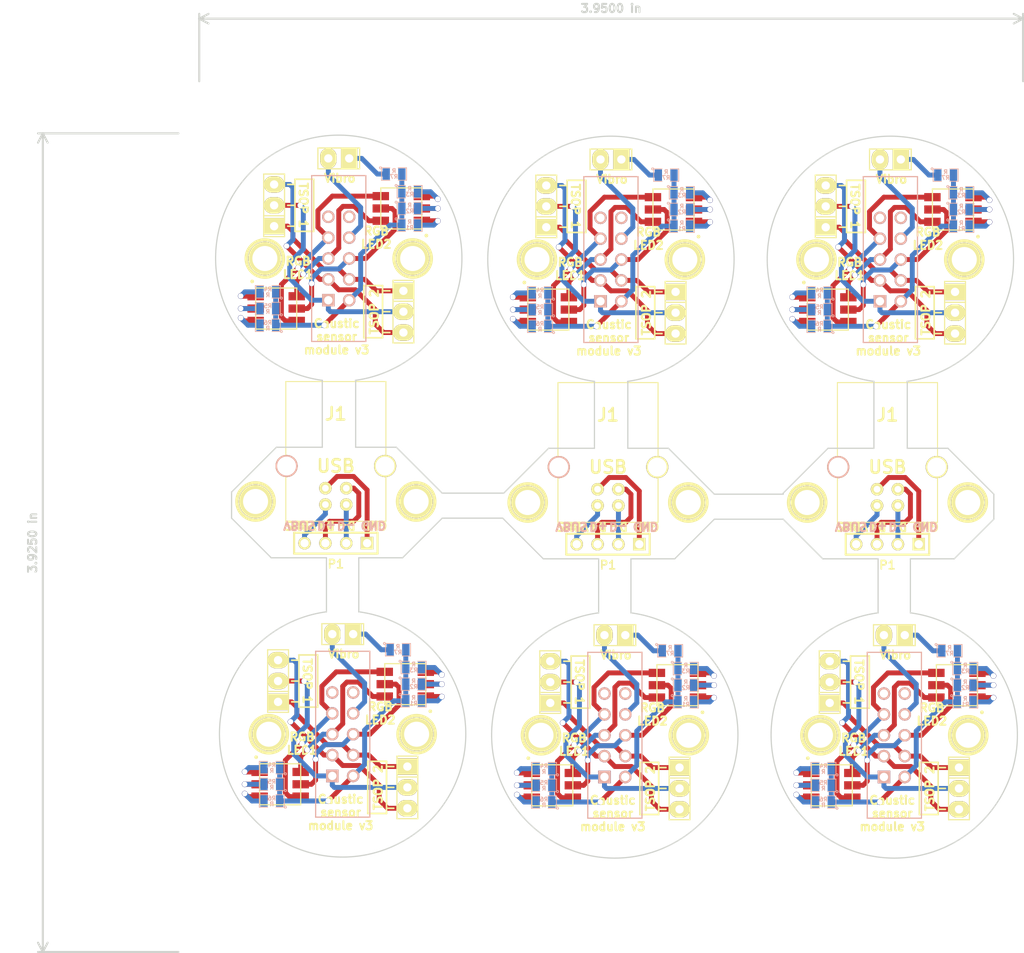
<source format=kicad_pcb>
(kicad_pcb (version 3) (host pcbnew "(2013-may-18)-stable")
  (title_block (title "Caustic LT MCU board") (rev 1.0))
  (layers (15 F.Cu signal) (0 B.Cu signal) (18 B.Paste user) (19 F.Paste user) (20 B.SilkS user) (21 F.SilkS user) (22 B.Mask user) (23 F.Mask user) (28 Edge.Cuts user))
  (net 0 "")
  (net 1 +3.3V)
  (net 2 +BATT)
  (net 3 GND)
  (net 4 N-000001)
  (net 5 N-0000012)
  (net 6 N-0000013)
  (net 7 N-0000014)
  (net 8 N-0000015)
  (net 9 N-0000016)
  (net 10 N-0000017)
  (net 11 N-000002)
  (net 12 N-000003)
  (net 13 N-000004)
  (net 14 N-000005)
  (net 15 N-000006)
  (net 16 N-000007)
  (net 17 N-000008)
  (module 1pin (layer F.Cu) (at 146.9052 191.2874)
    (fp_text reference 1PIN hide)
    (fp_text value P*** hide)
    (pad 1 thru_hole circle (at 0 0) (size 4.064 4.064) (drill 3.048) (layers *.Cu *.Mask F.SilkS))
  )
  (module 1pin (layer F.Cu) (at 164.9052 191.2874)
    (fp_text reference 1PIN hide)
    (fp_text value P*** hide)
    (pad 1 thru_hole circle (at 0 0) (size 4.064 4.064) (drill 3.048) (layers *.Cu *.Mask F.SilkS))
  )
  (module PIN_ARRAY_5x2_SOCKET (layer B.Cu) (at 155.9052 191.2874 90)
    (fp_text reference P1 hide)
    (fp_text value SENSOR_CONNECTOR hide)
    (pad 1 thru_hole rect (at -5.08 -1.27 90) (size 1.524 1.524) (drill 1.016) (layers *.Cu *.Mask B.SilkS) (net 3 GND))
    (pad 2 thru_hole circle (at -5.08 1.27 90) (size 1.524 1.524) (drill 1.016) (layers *.Cu *.Mask B.SilkS) (net 2 +BATT))
    (pad 3 thru_hole circle (at -2.54 -1.27 90) (size 1.524 1.524) (drill 1.016) (layers *.Cu *.Mask B.SilkS) (net 1 +3.3V))
    (pad 4 thru_hole circle (at -2.54 1.27 90) (size 1.524 1.524) (drill 1.016) (layers *.Cu *.Mask B.SilkS) (net 12 N-000003))
    (pad 5 thru_hole circle (at 0 -1.27 90) (size 1.524 1.524) (drill 1.016) (layers *.Cu *.Mask B.SilkS) (net 5 N-0000012))
    (pad 6 thru_hole circle (at 0 1.27 90) (size 1.524 1.524) (drill 1.016) (layers *.Cu *.Mask B.SilkS) (net 6 N-0000013))
    (pad 7 thru_hole circle (at 2.54 -1.27 90) (size 1.524 1.524) (drill 1.016) (layers *.Cu *.Mask B.SilkS) (net 7 N-0000014))
    (pad 8 thru_hole circle (at 2.54 1.27 90) (size 1.524 1.524) (drill 1.016) (layers *.Cu *.Mask B.SilkS) (net 16 N-000007))
    (pad 9 thru_hole circle (at 5.08 -1.27 90) (size 1.524 1.524) (drill 1.016) (layers *.Cu *.Mask B.SilkS))
    (pad 10 thru_hole circle (at 5.08 1.27 90) (size 1.524 1.524) (drill 1.016) (layers *.Cu *.Mask B.SilkS))
  )
  (module PIN_ARRAY_LARGE_PADS_2.54mm_2X1 (layer F.Cu) (at 155.9052 179.0954 180)
    (fp_text reference P2 hide)
    (fp_text value VibroEngine hide)
    (pad 1 thru_hole rect (at -1.27 0 180) (size 2 2.5) (drill 1.016) (layers *.Cu *.Mask F.SilkS) (net 17 N-000008))
    (pad 2 thru_hole oval (at 1.27 0 180) (size 2 2.5) (drill 1.016) (layers *.Cu *.Mask F.SilkS) (net 16 N-000007))
  )
  (module PIN_ARRAY_LARGE_PADS_2.54mm_3X1 (layer F.Cu) (at 148.0312 184.8104 90)
    (fp_text reference U4 hide)
    (fp_text value TSOP4856 hide)
    (pad 1 thru_hole rect (at -2.54 0 90) (size 2 2.5) (drill 1.016) (layers *.Cu *.Mask F.SilkS) (net 12 N-000003))
    (pad 2 thru_hole oval (at 0 0 90) (size 2 2.5) (drill 1.016) (layers *.Cu *.Mask F.SilkS) (net 3 GND))
    (pad 3 thru_hole oval (at 2.54 0 90) (size 2 2.5) (drill 1.016) (layers *.Cu *.Mask F.SilkS) (net 1 +3.3V))
  )
  (module PIN_ARRAY_LARGE_PADS_2.54mm_3X1 (layer F.Cu) (at 163.7792 197.7644 270)
    (fp_text reference U3 hide)
    (fp_text value TSOP4856 hide)
    (pad 1 thru_hole rect (at -2.54 0 270) (size 2 2.5) (drill 1.016) (layers *.Cu *.Mask F.SilkS) (net 12 N-000003))
    (pad 2 thru_hole oval (at 0 0 270) (size 2 2.5) (drill 1.016) (layers *.Cu *.Mask F.SilkS) (net 3 GND))
    (pad 3 thru_hole oval (at 2.54 0 270) (size 2 2.5) (drill 1.016) (layers *.Cu *.Mask F.SilkS) (net 1 +3.3V))
  )
  (module RGB-led (layer F.Cu) (at 148.2852 197.3834)
    (fp_text reference U2 hide)
    (fp_text value RGB-LED hide)
    (pad 1 smd rect (at 2.5 1.5) (size 2 1) (layers F.Cu F.Paste F.Mask) (net 7 N-0000014))
    (pad 2 smd rect (at 2.5 0) (size 2 1) (layers F.Cu F.Paste F.Mask) (net 6 N-0000013))
    (pad 3 smd rect (at 2.5 -1.5) (size 2 1) (layers F.Cu F.Paste F.Mask) (net 5 N-0000012))
    (pad 4 smd rect (at -2.5 -1.5) (size 2 1) (layers F.Cu F.Paste F.Mask) (net 15 N-000006))
    (pad 5 smd rect (at -2.5 0) (size 2 1) (layers F.Cu F.Paste F.Mask) (net 14 N-000005))
    (pad 6 smd rect (at -2.5 1.5) (size 2 1) (layers F.Cu F.Paste F.Mask) (net 13 N-000004))
  )
  (module RGB-led (layer F.Cu) (at 163.5252 185.1914 180)
    (fp_text reference U1 hide)
    (fp_text value RGB-LED hide)
    (pad 1 smd rect (at 2.5 1.5 180) (size 2 1) (layers F.Cu F.Paste F.Mask) (net 7 N-0000014))
    (pad 2 smd rect (at 2.5 0 180) (size 2 1) (layers F.Cu F.Paste F.Mask) (net 6 N-0000013))
    (pad 3 smd rect (at 2.5 -1.5 180) (size 2 1) (layers F.Cu F.Paste F.Mask) (net 5 N-0000012))
    (pad 4 smd rect (at -2.5 -1.5 180) (size 2 1) (layers F.Cu F.Paste F.Mask) (net 8 N-0000015))
    (pad 5 smd rect (at -2.5 0 180) (size 2 1) (layers F.Cu F.Paste F.Mask) (net 10 N-0000017))
    (pad 6 smd rect (at -2.5 1.5 180) (size 2 1) (layers F.Cu F.Paste F.Mask) (net 9 N-0000016))
  )
  (module SM0805 (layer B.Cu) (at 162.6362 181.0004)
    (fp_text reference R7 (at 0 0.3175) (layer B.SilkS) (effects (font (size 0.50038 0.50038) (thickness 0.10922)) (justify mirror)))
    (fp_text value R (at 0 -0.381) (layer B.SilkS) (effects (font (size 0.50038 0.50038) (thickness 0.10922)) (justify mirror)))
    (pad 1 smd rect (at -0.9525 0) (size 0.889 1.397) (layers B.Cu B.Paste B.Mask) (net 17 N-000008))
    (pad 2 smd rect (at 0.9525 0) (size 0.889 1.397) (layers B.Cu B.Paste B.Mask) (net 2 +BATT))
  )
  (module SM0805 (layer B.Cu) (at 147.2692 199.4154 180)
    (fp_text reference R6 (at 0 0.3175 180) (layer B.SilkS) (effects (font (size 0.50038 0.50038) (thickness 0.10922)) (justify mirror)))
    (fp_text value R (at 0 -0.381 180) (layer B.SilkS) (effects (font (size 0.50038 0.50038) (thickness 0.10922)) (justify mirror)))
    (pad 1 smd rect (at -0.9525 0 180) (size 0.889 1.397) (layers B.Cu B.Paste B.Mask) (net 2 +BATT))
    (pad 2 smd rect (at 0.9525 0 180) (size 0.889 1.397) (layers B.Cu B.Paste B.Mask) (net 13 N-000004))
  )
  (module SM0805 (layer B.Cu) (at 147.2692 197.3834 180)
    (fp_text reference R5 (at 0 0.3175 180) (layer B.SilkS) (effects (font (size 0.50038 0.50038) (thickness 0.10922)) (justify mirror)))
    (fp_text value R (at 0 -0.381 180) (layer B.SilkS) (effects (font (size 0.50038 0.50038) (thickness 0.10922)) (justify mirror)))
    (pad 1 smd rect (at -0.9525 0 180) (size 0.889 1.397) (layers B.Cu B.Paste B.Mask) (net 2 +BATT))
    (pad 2 smd rect (at 0.9525 0 180) (size 0.889 1.397) (layers B.Cu B.Paste B.Mask) (net 14 N-000005))
  )
  (module SM0805 (layer B.Cu) (at 147.2692 195.3514 180)
    (fp_text reference R4 (at 0 0.3175 180) (layer B.SilkS) (effects (font (size 0.50038 0.50038) (thickness 0.10922)) (justify mirror)))
    (fp_text value R (at 0 -0.381 180) (layer B.SilkS) (effects (font (size 0.50038 0.50038) (thickness 0.10922)) (justify mirror)))
    (pad 1 smd rect (at -0.9525 0 180) (size 0.889 1.397) (layers B.Cu B.Paste B.Mask) (net 2 +BATT))
    (pad 2 smd rect (at 0.9525 0 180) (size 0.889 1.397) (layers B.Cu B.Paste B.Mask) (net 15 N-000006))
  )
  (module SM0805 (layer B.Cu) (at 164.5412 183.1594)
    (fp_text reference R3 (at 0 0.3175) (layer B.SilkS) (effects (font (size 0.50038 0.50038) (thickness 0.10922)) (justify mirror)))
    (fp_text value R (at 0 -0.381) (layer B.SilkS) (effects (font (size 0.50038 0.50038) (thickness 0.10922)) (justify mirror)))
    (pad 1 smd rect (at -0.9525 0) (size 0.889 1.397) (layers B.Cu B.Paste B.Mask) (net 2 +BATT))
    (pad 2 smd rect (at 0.9525 0) (size 0.889 1.397) (layers B.Cu B.Paste B.Mask) (net 9 N-0000016))
  )
  (module SM0805 (layer B.Cu) (at 164.5412 185.1914)
    (fp_text reference R2 (at 0 0.3175) (layer B.SilkS) (effects (font (size 0.50038 0.50038) (thickness 0.10922)) (justify mirror)))
    (fp_text value R (at 0 -0.381) (layer B.SilkS) (effects (font (size 0.50038 0.50038) (thickness 0.10922)) (justify mirror)))
    (pad 1 smd rect (at -0.9525 0) (size 0.889 1.397) (layers B.Cu B.Paste B.Mask) (net 2 +BATT))
    (pad 2 smd rect (at 0.9525 0) (size 0.889 1.397) (layers B.Cu B.Paste B.Mask) (net 10 N-0000017))
  )
  (module SM0805 (layer B.Cu) (at 164.5412 187.2234)
    (fp_text reference R1 (at 0 0.3175) (layer B.SilkS) (effects (font (size 0.50038 0.50038) (thickness 0.10922)) (justify mirror)))
    (fp_text value R (at 0 -0.381) (layer B.SilkS) (effects (font (size 0.50038 0.50038) (thickness 0.10922)) (justify mirror)))
    (pad 1 smd rect (at -0.9525 0) (size 0.889 1.397) (layers B.Cu B.Paste B.Mask) (net 2 +BATT))
    (pad 2 smd rect (at 0.9525 0) (size 0.889 1.397) (layers B.Cu B.Paste B.Mask) (net 8 N-0000015))
  )
  (module SM0805 (layer B.Cu) (at 164.0586 129.286)
    (fp_text reference R1 (at 0 0.3175) (layer B.SilkS) (effects (font (size 0.50038 0.50038) (thickness 0.10922)) (justify mirror)))
    (fp_text value R (at 0 -0.381) (layer B.SilkS) (effects (font (size 0.50038 0.50038) (thickness 0.10922)) (justify mirror)))
    (pad 1 smd rect (at -0.9525 0) (size 0.889 1.397) (layers B.Cu B.Paste B.Mask) (net 2 +BATT))
    (pad 2 smd rect (at 0.9525 0) (size 0.889 1.397) (layers B.Cu B.Paste B.Mask) (net 8 N-0000015))
  )
  (module SM0805 (layer B.Cu) (at 164.0586 127.254)
    (fp_text reference R2 (at 0 0.3175) (layer B.SilkS) (effects (font (size 0.50038 0.50038) (thickness 0.10922)) (justify mirror)))
    (fp_text value R (at 0 -0.381) (layer B.SilkS) (effects (font (size 0.50038 0.50038) (thickness 0.10922)) (justify mirror)))
    (pad 1 smd rect (at -0.9525 0) (size 0.889 1.397) (layers B.Cu B.Paste B.Mask) (net 2 +BATT))
    (pad 2 smd rect (at 0.9525 0) (size 0.889 1.397) (layers B.Cu B.Paste B.Mask) (net 10 N-0000017))
  )
  (module SM0805 (layer B.Cu) (at 164.0586 125.222)
    (fp_text reference R3 (at 0 0.3175) (layer B.SilkS) (effects (font (size 0.50038 0.50038) (thickness 0.10922)) (justify mirror)))
    (fp_text value R (at 0 -0.381) (layer B.SilkS) (effects (font (size 0.50038 0.50038) (thickness 0.10922)) (justify mirror)))
    (pad 1 smd rect (at -0.9525 0) (size 0.889 1.397) (layers B.Cu B.Paste B.Mask) (net 2 +BATT))
    (pad 2 smd rect (at 0.9525 0) (size 0.889 1.397) (layers B.Cu B.Paste B.Mask) (net 9 N-0000016))
  )
  (module SM0805 (layer B.Cu) (at 146.7866 137.414 180)
    (fp_text reference R4 (at 0 0.3175 180) (layer B.SilkS) (effects (font (size 0.50038 0.50038) (thickness 0.10922)) (justify mirror)))
    (fp_text value R (at 0 -0.381 180) (layer B.SilkS) (effects (font (size 0.50038 0.50038) (thickness 0.10922)) (justify mirror)))
    (pad 1 smd rect (at -0.9525 0 180) (size 0.889 1.397) (layers B.Cu B.Paste B.Mask) (net 2 +BATT))
    (pad 2 smd rect (at 0.9525 0 180) (size 0.889 1.397) (layers B.Cu B.Paste B.Mask) (net 15 N-000006))
  )
  (module SM0805 (layer B.Cu) (at 146.7866 139.446 180)
    (fp_text reference R5 (at 0 0.3175 180) (layer B.SilkS) (effects (font (size 0.50038 0.50038) (thickness 0.10922)) (justify mirror)))
    (fp_text value R (at 0 -0.381 180) (layer B.SilkS) (effects (font (size 0.50038 0.50038) (thickness 0.10922)) (justify mirror)))
    (pad 1 smd rect (at -0.9525 0 180) (size 0.889 1.397) (layers B.Cu B.Paste B.Mask) (net 2 +BATT))
    (pad 2 smd rect (at 0.9525 0 180) (size 0.889 1.397) (layers B.Cu B.Paste B.Mask) (net 14 N-000005))
  )
  (module SM0805 (layer B.Cu) (at 146.7866 141.478 180)
    (fp_text reference R6 (at 0 0.3175 180) (layer B.SilkS) (effects (font (size 0.50038 0.50038) (thickness 0.10922)) (justify mirror)))
    (fp_text value R (at 0 -0.381 180) (layer B.SilkS) (effects (font (size 0.50038 0.50038) (thickness 0.10922)) (justify mirror)))
    (pad 1 smd rect (at -0.9525 0 180) (size 0.889 1.397) (layers B.Cu B.Paste B.Mask) (net 2 +BATT))
    (pad 2 smd rect (at 0.9525 0 180) (size 0.889 1.397) (layers B.Cu B.Paste B.Mask) (net 13 N-000004))
  )
  (module SM0805 (layer B.Cu) (at 162.1536 123.063)
    (fp_text reference R7 (at 0 0.3175) (layer B.SilkS) (effects (font (size 0.50038 0.50038) (thickness 0.10922)) (justify mirror)))
    (fp_text value R (at 0 -0.381) (layer B.SilkS) (effects (font (size 0.50038 0.50038) (thickness 0.10922)) (justify mirror)))
    (pad 1 smd rect (at -0.9525 0) (size 0.889 1.397) (layers B.Cu B.Paste B.Mask) (net 17 N-000008))
    (pad 2 smd rect (at 0.9525 0) (size 0.889 1.397) (layers B.Cu B.Paste B.Mask) (net 2 +BATT))
  )
  (module RGB-led (layer F.Cu) (at 163.0426 127.254 180)
    (fp_text reference U1 hide)
    (fp_text value RGB-LED hide)
    (pad 1 smd rect (at 2.5 1.5 180) (size 2 1) (layers F.Cu F.Paste F.Mask) (net 7 N-0000014))
    (pad 2 smd rect (at 2.5 0 180) (size 2 1) (layers F.Cu F.Paste F.Mask) (net 6 N-0000013))
    (pad 3 smd rect (at 2.5 -1.5 180) (size 2 1) (layers F.Cu F.Paste F.Mask) (net 5 N-0000012))
    (pad 4 smd rect (at -2.5 -1.5 180) (size 2 1) (layers F.Cu F.Paste F.Mask) (net 8 N-0000015))
    (pad 5 smd rect (at -2.5 0 180) (size 2 1) (layers F.Cu F.Paste F.Mask) (net 10 N-0000017))
    (pad 6 smd rect (at -2.5 1.5 180) (size 2 1) (layers F.Cu F.Paste F.Mask) (net 9 N-0000016))
  )
  (module RGB-led (layer F.Cu) (at 147.8026 139.446)
    (fp_text reference U2 hide)
    (fp_text value RGB-LED hide)
    (pad 1 smd rect (at 2.5 1.5) (size 2 1) (layers F.Cu F.Paste F.Mask) (net 7 N-0000014))
    (pad 2 smd rect (at 2.5 0) (size 2 1) (layers F.Cu F.Paste F.Mask) (net 6 N-0000013))
    (pad 3 smd rect (at 2.5 -1.5) (size 2 1) (layers F.Cu F.Paste F.Mask) (net 5 N-0000012))
    (pad 4 smd rect (at -2.5 -1.5) (size 2 1) (layers F.Cu F.Paste F.Mask) (net 15 N-000006))
    (pad 5 smd rect (at -2.5 0) (size 2 1) (layers F.Cu F.Paste F.Mask) (net 14 N-000005))
    (pad 6 smd rect (at -2.5 1.5) (size 2 1) (layers F.Cu F.Paste F.Mask) (net 13 N-000004))
  )
  (module PIN_ARRAY_LARGE_PADS_2.54mm_3X1 (layer F.Cu) (at 163.2966 139.827 270)
    (fp_text reference U3 hide)
    (fp_text value TSOP4856 hide)
    (pad 1 thru_hole rect (at -2.54 0 270) (size 2 2.5) (drill 1.016) (layers *.Cu *.Mask F.SilkS) (net 12 N-000003))
    (pad 2 thru_hole oval (at 0 0 270) (size 2 2.5) (drill 1.016) (layers *.Cu *.Mask F.SilkS) (net 3 GND))
    (pad 3 thru_hole oval (at 2.54 0 270) (size 2 2.5) (drill 1.016) (layers *.Cu *.Mask F.SilkS) (net 1 +3.3V))
  )
  (module PIN_ARRAY_LARGE_PADS_2.54mm_3X1 (layer F.Cu) (at 147.5486 126.873 90)
    (fp_text reference U4 hide)
    (fp_text value TSOP4856 hide)
    (pad 1 thru_hole rect (at -2.54 0 90) (size 2 2.5) (drill 1.016) (layers *.Cu *.Mask F.SilkS) (net 12 N-000003))
    (pad 2 thru_hole oval (at 0 0 90) (size 2 2.5) (drill 1.016) (layers *.Cu *.Mask F.SilkS) (net 3 GND))
    (pad 3 thru_hole oval (at 2.54 0 90) (size 2 2.5) (drill 1.016) (layers *.Cu *.Mask F.SilkS) (net 1 +3.3V))
  )
  (module PIN_ARRAY_LARGE_PADS_2.54mm_2X1 (layer F.Cu) (at 155.4226 121.158 180)
    (fp_text reference P2 hide)
    (fp_text value VibroEngine hide)
    (pad 1 thru_hole rect (at -1.27 0 180) (size 2 2.5) (drill 1.016) (layers *.Cu *.Mask F.SilkS) (net 17 N-000008))
    (pad 2 thru_hole oval (at 1.27 0 180) (size 2 2.5) (drill 1.016) (layers *.Cu *.Mask F.SilkS) (net 16 N-000007))
  )
  (module PIN_ARRAY_5x2_SOCKET (layer B.Cu) (at 155.4226 133.35 90)
    (fp_text reference P1 hide)
    (fp_text value SENSOR_CONNECTOR hide)
    (pad 1 thru_hole rect (at -5.08 -1.27 90) (size 1.524 1.524) (drill 1.016) (layers *.Cu *.Mask B.SilkS) (net 3 GND))
    (pad 2 thru_hole circle (at -5.08 1.27 90) (size 1.524 1.524) (drill 1.016) (layers *.Cu *.Mask B.SilkS) (net 2 +BATT))
    (pad 3 thru_hole circle (at -2.54 -1.27 90) (size 1.524 1.524) (drill 1.016) (layers *.Cu *.Mask B.SilkS) (net 1 +3.3V))
    (pad 4 thru_hole circle (at -2.54 1.27 90) (size 1.524 1.524) (drill 1.016) (layers *.Cu *.Mask B.SilkS) (net 12 N-000003))
    (pad 5 thru_hole circle (at 0 -1.27 90) (size 1.524 1.524) (drill 1.016) (layers *.Cu *.Mask B.SilkS) (net 5 N-0000012))
    (pad 6 thru_hole circle (at 0 1.27 90) (size 1.524 1.524) (drill 1.016) (layers *.Cu *.Mask B.SilkS) (net 6 N-0000013))
    (pad 7 thru_hole circle (at 2.54 -1.27 90) (size 1.524 1.524) (drill 1.016) (layers *.Cu *.Mask B.SilkS) (net 7 N-0000014))
    (pad 8 thru_hole circle (at 2.54 1.27 90) (size 1.524 1.524) (drill 1.016) (layers *.Cu *.Mask B.SilkS) (net 16 N-000007))
    (pad 9 thru_hole circle (at 5.08 -1.27 90) (size 1.524 1.524) (drill 1.016) (layers *.Cu *.Mask B.SilkS))
    (pad 10 thru_hole circle (at 5.08 1.27 90) (size 1.524 1.524) (drill 1.016) (layers *.Cu *.Mask B.SilkS))
  )
  (module 1pin (layer F.Cu) (at 164.4226 133.35)
    (fp_text reference 1PIN hide)
    (fp_text value P*** hide)
    (pad 1 thru_hole circle (at 0 0) (size 4.064 4.064) (drill 3.048) (layers *.Cu *.Mask F.SilkS))
  )
  (module 1pin (layer F.Cu) (at 146.4226 133.35)
    (fp_text reference 1PIN hide)
    (fp_text value P*** hide)
    (pad 1 thru_hole circle (at 0 0) (size 4.064 4.064) (drill 3.048) (layers *.Cu *.Mask F.SilkS))
  )
  (module USB_B (layer F.Cu) (at 155.067 158.623 180)
    (fp_text reference J1 (at 0 6.35 180) (layer F.SilkS) (effects (font (size 1.524 1.524) (thickness 0.3048))))
    (fp_text value USB (at 0 0 180) (layer F.SilkS) (effects (font (size 1.524 1.524) (thickness 0.3048))))
    (pad 1 thru_hole circle (at 1.27 -4.699 180) (size 1.524 1.524) (drill 0.8128) (layers *.Cu *.Mask F.SilkS) (net 11 N-000002))
    (pad 2 thru_hole circle (at -1.27 -4.699 180) (size 1.524 1.524) (drill 0.8128) (layers *.Cu *.Mask F.SilkS) (net 13 N-000004))
    (pad 3 thru_hole circle (at -1.27 -2.70002 180) (size 1.524 1.524) (drill 0.8128) (layers *.Cu *.Mask F.SilkS) (net 12 N-000003))
    (pad 4 thru_hole circle (at 1.27 -2.70002 180) (size 1.524 1.524) (drill 0.8128) (layers *.Cu *.Mask F.SilkS) (net 4 N-000001))
    (pad 5 np_thru_hole circle (at 5.99948 0 180) (size 2.70002 2.70002) (drill 2.30124) (layers *.Cu *.SilkS *.Mask))
    (pad 6 thru_hole circle (at -5.99948 0 180) (size 2.70002 2.70002) (drill 2.30124) (layers *.Cu *.Mask F.SilkS))
  )
  (module PIN_ARRAY_4x1 (layer F.Cu) (at 155.067 168.021 180)
    (fp_text reference P1 (at 0 -2.54 180) (layer F.SilkS) (effects (font (size 1.016 1.016) (thickness 0.2032))))
    (fp_text value CONN_4 hide)
    (pad 1 thru_hole rect (at -3.81 0 180) (size 1.524 1.524) (drill 1.016) (layers *.Cu *.Mask F.SilkS) (net 4 N-000001))
    (pad 2 thru_hole circle (at -1.27 0 180) (size 1.524 1.524) (drill 1.016) (layers *.Cu *.Mask F.SilkS) (net 13 N-000004))
    (pad 3 thru_hole circle (at 1.27 0 180) (size 1.524 1.524) (drill 1.016) (layers *.Cu *.Mask F.SilkS) (net 12 N-000003))
    (pad 4 thru_hole circle (at 3.81 0 180) (size 1.524 1.524) (drill 1.016) (layers *.Cu *.Mask F.SilkS) (net 11 N-000002))
  )
  (module 1pin (layer F.Cu) (at 145.288 162.941 180)
    (fp_text reference 1PIN hide)
    (fp_text value P*** hide)
    (pad 1 thru_hole circle (at 0 0 180) (size 4.064 4.064) (drill 3.048) (layers *.Cu *.Mask F.SilkS))
  )
  (module 1pin (layer F.Cu) (at 164.846 162.941 180)
    (fp_text reference 1PIN hide)
    (fp_text value P*** hide)
    (pad 1 thru_hole circle (at 0 0 180) (size 4.064 4.064) (drill 3.048) (layers *.Cu *.Mask F.SilkS))
  )
  (module 1pin (layer F.Cu) (at 197.993 163.068 180)
    (fp_text reference 1PIN hide)
    (fp_text value P*** hide)
    (pad 1 thru_hole circle (at 0 0 180) (size 4.064 4.064) (drill 3.048) (layers *.Cu *.Mask F.SilkS))
  )
  (module 1pin (layer F.Cu) (at 178.435 163.068 180)
    (fp_text reference 1PIN hide)
    (fp_text value P*** hide)
    (pad 1 thru_hole circle (at 0 0 180) (size 4.064 4.064) (drill 3.048) (layers *.Cu *.Mask F.SilkS))
  )
  (module PIN_ARRAY_4x1 (layer F.Cu) (at 188.214 168.148 180)
    (fp_text reference P1 (at 0 -2.54 180) (layer F.SilkS) (effects (font (size 1.016 1.016) (thickness 0.2032))))
    (fp_text value CONN_4 hide)
    (pad 1 thru_hole rect (at -3.81 0 180) (size 1.524 1.524) (drill 1.016) (layers *.Cu *.Mask F.SilkS) (net 4 N-000001))
    (pad 2 thru_hole circle (at -1.27 0 180) (size 1.524 1.524) (drill 1.016) (layers *.Cu *.Mask F.SilkS) (net 13 N-000004))
    (pad 3 thru_hole circle (at 1.27 0 180) (size 1.524 1.524) (drill 1.016) (layers *.Cu *.Mask F.SilkS) (net 12 N-000003))
    (pad 4 thru_hole circle (at 3.81 0 180) (size 1.524 1.524) (drill 1.016) (layers *.Cu *.Mask F.SilkS) (net 11 N-000002))
  )
  (module USB_B (layer F.Cu) (at 188.214 158.75 180)
    (fp_text reference J1 (at 0 6.35 180) (layer F.SilkS) (effects (font (size 1.524 1.524) (thickness 0.3048))))
    (fp_text value USB (at 0 0 180) (layer F.SilkS) (effects (font (size 1.524 1.524) (thickness 0.3048))))
    (pad 1 thru_hole circle (at 1.27 -4.699 180) (size 1.524 1.524) (drill 0.8128) (layers *.Cu *.Mask F.SilkS) (net 11 N-000002))
    (pad 2 thru_hole circle (at -1.27 -4.699 180) (size 1.524 1.524) (drill 0.8128) (layers *.Cu *.Mask F.SilkS) (net 13 N-000004))
    (pad 3 thru_hole circle (at -1.27 -2.70002 180) (size 1.524 1.524) (drill 0.8128) (layers *.Cu *.Mask F.SilkS) (net 12 N-000003))
    (pad 4 thru_hole circle (at 1.27 -2.70002 180) (size 1.524 1.524) (drill 0.8128) (layers *.Cu *.Mask F.SilkS) (net 4 N-000001))
    (pad 5 np_thru_hole circle (at 5.99948 0 180) (size 2.70002 2.70002) (drill 2.30124) (layers *.Cu *.SilkS *.Mask))
    (pad 6 thru_hole circle (at -5.99948 0 180) (size 2.70002 2.70002) (drill 2.30124) (layers *.Cu *.Mask F.SilkS))
  )
  (module 1pin (layer F.Cu) (at 179.5696 133.477)
    (fp_text reference 1PIN hide)
    (fp_text value P*** hide)
    (pad 1 thru_hole circle (at 0 0) (size 4.064 4.064) (drill 3.048) (layers *.Cu *.Mask F.SilkS))
  )
  (module 1pin (layer F.Cu) (at 197.5696 133.477)
    (fp_text reference 1PIN hide)
    (fp_text value P*** hide)
    (pad 1 thru_hole circle (at 0 0) (size 4.064 4.064) (drill 3.048) (layers *.Cu *.Mask F.SilkS))
  )
  (module PIN_ARRAY_5x2_SOCKET (layer B.Cu) (at 188.5696 133.477 90)
    (fp_text reference P1 hide)
    (fp_text value SENSOR_CONNECTOR hide)
    (pad 1 thru_hole rect (at -5.08 -1.27 90) (size 1.524 1.524) (drill 1.016) (layers *.Cu *.Mask B.SilkS) (net 3 GND))
    (pad 2 thru_hole circle (at -5.08 1.27 90) (size 1.524 1.524) (drill 1.016) (layers *.Cu *.Mask B.SilkS) (net 2 +BATT))
    (pad 3 thru_hole circle (at -2.54 -1.27 90) (size 1.524 1.524) (drill 1.016) (layers *.Cu *.Mask B.SilkS) (net 1 +3.3V))
    (pad 4 thru_hole circle (at -2.54 1.27 90) (size 1.524 1.524) (drill 1.016) (layers *.Cu *.Mask B.SilkS) (net 12 N-000003))
    (pad 5 thru_hole circle (at 0 -1.27 90) (size 1.524 1.524) (drill 1.016) (layers *.Cu *.Mask B.SilkS) (net 5 N-0000012))
    (pad 6 thru_hole circle (at 0 1.27 90) (size 1.524 1.524) (drill 1.016) (layers *.Cu *.Mask B.SilkS) (net 6 N-0000013))
    (pad 7 thru_hole circle (at 2.54 -1.27 90) (size 1.524 1.524) (drill 1.016) (layers *.Cu *.Mask B.SilkS) (net 7 N-0000014))
    (pad 8 thru_hole circle (at 2.54 1.27 90) (size 1.524 1.524) (drill 1.016) (layers *.Cu *.Mask B.SilkS) (net 16 N-000007))
    (pad 9 thru_hole circle (at 5.08 -1.27 90) (size 1.524 1.524) (drill 1.016) (layers *.Cu *.Mask B.SilkS))
    (pad 10 thru_hole circle (at 5.08 1.27 90) (size 1.524 1.524) (drill 1.016) (layers *.Cu *.Mask B.SilkS))
  )
  (module PIN_ARRAY_LARGE_PADS_2.54mm_2X1 (layer F.Cu) (at 188.5696 121.285 180)
    (fp_text reference P2 hide)
    (fp_text value VibroEngine hide)
    (pad 1 thru_hole rect (at -1.27 0 180) (size 2 2.5) (drill 1.016) (layers *.Cu *.Mask F.SilkS) (net 17 N-000008))
    (pad 2 thru_hole oval (at 1.27 0 180) (size 2 2.5) (drill 1.016) (layers *.Cu *.Mask F.SilkS) (net 16 N-000007))
  )
  (module PIN_ARRAY_LARGE_PADS_2.54mm_3X1 (layer F.Cu) (at 180.6956 127 90)
    (fp_text reference U4 hide)
    (fp_text value TSOP4856 hide)
    (pad 1 thru_hole rect (at -2.54 0 90) (size 2 2.5) (drill 1.016) (layers *.Cu *.Mask F.SilkS) (net 12 N-000003))
    (pad 2 thru_hole oval (at 0 0 90) (size 2 2.5) (drill 1.016) (layers *.Cu *.Mask F.SilkS) (net 3 GND))
    (pad 3 thru_hole oval (at 2.54 0 90) (size 2 2.5) (drill 1.016) (layers *.Cu *.Mask F.SilkS) (net 1 +3.3V))
  )
  (module PIN_ARRAY_LARGE_PADS_2.54mm_3X1 (layer F.Cu) (at 196.4436 139.954 270)
    (fp_text reference U3 hide)
    (fp_text value TSOP4856 hide)
    (pad 1 thru_hole rect (at -2.54 0 270) (size 2 2.5) (drill 1.016) (layers *.Cu *.Mask F.SilkS) (net 12 N-000003))
    (pad 2 thru_hole oval (at 0 0 270) (size 2 2.5) (drill 1.016) (layers *.Cu *.Mask F.SilkS) (net 3 GND))
    (pad 3 thru_hole oval (at 2.54 0 270) (size 2 2.5) (drill 1.016) (layers *.Cu *.Mask F.SilkS) (net 1 +3.3V))
  )
  (module RGB-led (layer F.Cu) (at 180.9496 139.573)
    (fp_text reference U2 hide)
    (fp_text value RGB-LED hide)
    (pad 1 smd rect (at 2.5 1.5) (size 2 1) (layers F.Cu F.Paste F.Mask) (net 7 N-0000014))
    (pad 2 smd rect (at 2.5 0) (size 2 1) (layers F.Cu F.Paste F.Mask) (net 6 N-0000013))
    (pad 3 smd rect (at 2.5 -1.5) (size 2 1) (layers F.Cu F.Paste F.Mask) (net 5 N-0000012))
    (pad 4 smd rect (at -2.5 -1.5) (size 2 1) (layers F.Cu F.Paste F.Mask) (net 15 N-000006))
    (pad 5 smd rect (at -2.5 0) (size 2 1) (layers F.Cu F.Paste F.Mask) (net 14 N-000005))
    (pad 6 smd rect (at -2.5 1.5) (size 2 1) (layers F.Cu F.Paste F.Mask) (net 13 N-000004))
  )
  (module RGB-led (layer F.Cu) (at 196.1896 127.381 180)
    (fp_text reference U1 hide)
    (fp_text value RGB-LED hide)
    (pad 1 smd rect (at 2.5 1.5 180) (size 2 1) (layers F.Cu F.Paste F.Mask) (net 7 N-0000014))
    (pad 2 smd rect (at 2.5 0 180) (size 2 1) (layers F.Cu F.Paste F.Mask) (net 6 N-0000013))
    (pad 3 smd rect (at 2.5 -1.5 180) (size 2 1) (layers F.Cu F.Paste F.Mask) (net 5 N-0000012))
    (pad 4 smd rect (at -2.5 -1.5 180) (size 2 1) (layers F.Cu F.Paste F.Mask) (net 8 N-0000015))
    (pad 5 smd rect (at -2.5 0 180) (size 2 1) (layers F.Cu F.Paste F.Mask) (net 10 N-0000017))
    (pad 6 smd rect (at -2.5 1.5 180) (size 2 1) (layers F.Cu F.Paste F.Mask) (net 9 N-0000016))
  )
  (module SM0805 (layer B.Cu) (at 195.3006 123.19)
    (fp_text reference R7 (at 0 0.3175) (layer B.SilkS) (effects (font (size 0.50038 0.50038) (thickness 0.10922)) (justify mirror)))
    (fp_text value R (at 0 -0.381) (layer B.SilkS) (effects (font (size 0.50038 0.50038) (thickness 0.10922)) (justify mirror)))
    (pad 1 smd rect (at -0.9525 0) (size 0.889 1.397) (layers B.Cu B.Paste B.Mask) (net 17 N-000008))
    (pad 2 smd rect (at 0.9525 0) (size 0.889 1.397) (layers B.Cu B.Paste B.Mask) (net 2 +BATT))
  )
  (module SM0805 (layer B.Cu) (at 179.9336 141.605 180)
    (fp_text reference R6 (at 0 0.3175 180) (layer B.SilkS) (effects (font (size 0.50038 0.50038) (thickness 0.10922)) (justify mirror)))
    (fp_text value R (at 0 -0.381 180) (layer B.SilkS) (effects (font (size 0.50038 0.50038) (thickness 0.10922)) (justify mirror)))
    (pad 1 smd rect (at -0.9525 0 180) (size 0.889 1.397) (layers B.Cu B.Paste B.Mask) (net 2 +BATT))
    (pad 2 smd rect (at 0.9525 0 180) (size 0.889 1.397) (layers B.Cu B.Paste B.Mask) (net 13 N-000004))
  )
  (module SM0805 (layer B.Cu) (at 179.9336 139.573 180)
    (fp_text reference R5 (at 0 0.3175 180) (layer B.SilkS) (effects (font (size 0.50038 0.50038) (thickness 0.10922)) (justify mirror)))
    (fp_text value R (at 0 -0.381 180) (layer B.SilkS) (effects (font (size 0.50038 0.50038) (thickness 0.10922)) (justify mirror)))
    (pad 1 smd rect (at -0.9525 0 180) (size 0.889 1.397) (layers B.Cu B.Paste B.Mask) (net 2 +BATT))
    (pad 2 smd rect (at 0.9525 0 180) (size 0.889 1.397) (layers B.Cu B.Paste B.Mask) (net 14 N-000005))
  )
  (module SM0805 (layer B.Cu) (at 179.9336 137.541 180)
    (fp_text reference R4 (at 0 0.3175 180) (layer B.SilkS) (effects (font (size 0.50038 0.50038) (thickness 0.10922)) (justify mirror)))
    (fp_text value R (at 0 -0.381 180) (layer B.SilkS) (effects (font (size 0.50038 0.50038) (thickness 0.10922)) (justify mirror)))
    (pad 1 smd rect (at -0.9525 0 180) (size 0.889 1.397) (layers B.Cu B.Paste B.Mask) (net 2 +BATT))
    (pad 2 smd rect (at 0.9525 0 180) (size 0.889 1.397) (layers B.Cu B.Paste B.Mask) (net 15 N-000006))
  )
  (module SM0805 (layer B.Cu) (at 197.2056 125.349)
    (fp_text reference R3 (at 0 0.3175) (layer B.SilkS) (effects (font (size 0.50038 0.50038) (thickness 0.10922)) (justify mirror)))
    (fp_text value R (at 0 -0.381) (layer B.SilkS) (effects (font (size 0.50038 0.50038) (thickness 0.10922)) (justify mirror)))
    (pad 1 smd rect (at -0.9525 0) (size 0.889 1.397) (layers B.Cu B.Paste B.Mask) (net 2 +BATT))
    (pad 2 smd rect (at 0.9525 0) (size 0.889 1.397) (layers B.Cu B.Paste B.Mask) (net 9 N-0000016))
  )
  (module SM0805 (layer B.Cu) (at 197.2056 127.381)
    (fp_text reference R2 (at 0 0.3175) (layer B.SilkS) (effects (font (size 0.50038 0.50038) (thickness 0.10922)) (justify mirror)))
    (fp_text value R (at 0 -0.381) (layer B.SilkS) (effects (font (size 0.50038 0.50038) (thickness 0.10922)) (justify mirror)))
    (pad 1 smd rect (at -0.9525 0) (size 0.889 1.397) (layers B.Cu B.Paste B.Mask) (net 2 +BATT))
    (pad 2 smd rect (at 0.9525 0) (size 0.889 1.397) (layers B.Cu B.Paste B.Mask) (net 10 N-0000017))
  )
  (module SM0805 (layer B.Cu) (at 197.2056 129.413)
    (fp_text reference R1 (at 0 0.3175) (layer B.SilkS) (effects (font (size 0.50038 0.50038) (thickness 0.10922)) (justify mirror)))
    (fp_text value R (at 0 -0.381) (layer B.SilkS) (effects (font (size 0.50038 0.50038) (thickness 0.10922)) (justify mirror)))
    (pad 1 smd rect (at -0.9525 0) (size 0.889 1.397) (layers B.Cu B.Paste B.Mask) (net 2 +BATT))
    (pad 2 smd rect (at 0.9525 0) (size 0.889 1.397) (layers B.Cu B.Paste B.Mask) (net 8 N-0000015))
  )
  (module SM0805 (layer B.Cu) (at 197.6882 187.3504)
    (fp_text reference R1 (at 0 0.3175) (layer B.SilkS) (effects (font (size 0.50038 0.50038) (thickness 0.10922)) (justify mirror)))
    (fp_text value R (at 0 -0.381) (layer B.SilkS) (effects (font (size 0.50038 0.50038) (thickness 0.10922)) (justify mirror)))
    (pad 1 smd rect (at -0.9525 0) (size 0.889 1.397) (layers B.Cu B.Paste B.Mask) (net 2 +BATT))
    (pad 2 smd rect (at 0.9525 0) (size 0.889 1.397) (layers B.Cu B.Paste B.Mask) (net 8 N-0000015))
  )
  (module SM0805 (layer B.Cu) (at 197.6882 185.3184)
    (fp_text reference R2 (at 0 0.3175) (layer B.SilkS) (effects (font (size 0.50038 0.50038) (thickness 0.10922)) (justify mirror)))
    (fp_text value R (at 0 -0.381) (layer B.SilkS) (effects (font (size 0.50038 0.50038) (thickness 0.10922)) (justify mirror)))
    (pad 1 smd rect (at -0.9525 0) (size 0.889 1.397) (layers B.Cu B.Paste B.Mask) (net 2 +BATT))
    (pad 2 smd rect (at 0.9525 0) (size 0.889 1.397) (layers B.Cu B.Paste B.Mask) (net 10 N-0000017))
  )
  (module SM0805 (layer B.Cu) (at 197.6882 183.2864)
    (fp_text reference R3 (at 0 0.3175) (layer B.SilkS) (effects (font (size 0.50038 0.50038) (thickness 0.10922)) (justify mirror)))
    (fp_text value R (at 0 -0.381) (layer B.SilkS) (effects (font (size 0.50038 0.50038) (thickness 0.10922)) (justify mirror)))
    (pad 1 smd rect (at -0.9525 0) (size 0.889 1.397) (layers B.Cu B.Paste B.Mask) (net 2 +BATT))
    (pad 2 smd rect (at 0.9525 0) (size 0.889 1.397) (layers B.Cu B.Paste B.Mask) (net 9 N-0000016))
  )
  (module SM0805 (layer B.Cu) (at 180.4162 195.4784 180)
    (fp_text reference R4 (at 0 0.3175 180) (layer B.SilkS) (effects (font (size 0.50038 0.50038) (thickness 0.10922)) (justify mirror)))
    (fp_text value R (at 0 -0.381 180) (layer B.SilkS) (effects (font (size 0.50038 0.50038) (thickness 0.10922)) (justify mirror)))
    (pad 1 smd rect (at -0.9525 0 180) (size 0.889 1.397) (layers B.Cu B.Paste B.Mask) (net 2 +BATT))
    (pad 2 smd rect (at 0.9525 0 180) (size 0.889 1.397) (layers B.Cu B.Paste B.Mask) (net 15 N-000006))
  )
  (module SM0805 (layer B.Cu) (at 180.4162 197.5104 180)
    (fp_text reference R5 (at 0 0.3175 180) (layer B.SilkS) (effects (font (size 0.50038 0.50038) (thickness 0.10922)) (justify mirror)))
    (fp_text value R (at 0 -0.381 180) (layer B.SilkS) (effects (font (size 0.50038 0.50038) (thickness 0.10922)) (justify mirror)))
    (pad 1 smd rect (at -0.9525 0 180) (size 0.889 1.397) (layers B.Cu B.Paste B.Mask) (net 2 +BATT))
    (pad 2 smd rect (at 0.9525 0 180) (size 0.889 1.397) (layers B.Cu B.Paste B.Mask) (net 14 N-000005))
  )
  (module SM0805 (layer B.Cu) (at 180.4162 199.5424 180)
    (fp_text reference R6 (at 0 0.3175 180) (layer B.SilkS) (effects (font (size 0.50038 0.50038) (thickness 0.10922)) (justify mirror)))
    (fp_text value R (at 0 -0.381 180) (layer B.SilkS) (effects (font (size 0.50038 0.50038) (thickness 0.10922)) (justify mirror)))
    (pad 1 smd rect (at -0.9525 0 180) (size 0.889 1.397) (layers B.Cu B.Paste B.Mask) (net 2 +BATT))
    (pad 2 smd rect (at 0.9525 0 180) (size 0.889 1.397) (layers B.Cu B.Paste B.Mask) (net 13 N-000004))
  )
  (module SM0805 (layer B.Cu) (at 195.7832 181.1274)
    (fp_text reference R7 (at 0 0.3175) (layer B.SilkS) (effects (font (size 0.50038 0.50038) (thickness 0.10922)) (justify mirror)))
    (fp_text value R (at 0 -0.381) (layer B.SilkS) (effects (font (size 0.50038 0.50038) (thickness 0.10922)) (justify mirror)))
    (pad 1 smd rect (at -0.9525 0) (size 0.889 1.397) (layers B.Cu B.Paste B.Mask) (net 17 N-000008))
    (pad 2 smd rect (at 0.9525 0) (size 0.889 1.397) (layers B.Cu B.Paste B.Mask) (net 2 +BATT))
  )
  (module RGB-led (layer F.Cu) (at 196.6722 185.3184 180)
    (fp_text reference U1 hide)
    (fp_text value RGB-LED hide)
    (pad 1 smd rect (at 2.5 1.5 180) (size 2 1) (layers F.Cu F.Paste F.Mask) (net 7 N-0000014))
    (pad 2 smd rect (at 2.5 0 180) (size 2 1) (layers F.Cu F.Paste F.Mask) (net 6 N-0000013))
    (pad 3 smd rect (at 2.5 -1.5 180) (size 2 1) (layers F.Cu F.Paste F.Mask) (net 5 N-0000012))
    (pad 4 smd rect (at -2.5 -1.5 180) (size 2 1) (layers F.Cu F.Paste F.Mask) (net 8 N-0000015))
    (pad 5 smd rect (at -2.5 0 180) (size 2 1) (layers F.Cu F.Paste F.Mask) (net 10 N-0000017))
    (pad 6 smd rect (at -2.5 1.5 180) (size 2 1) (layers F.Cu F.Paste F.Mask) (net 9 N-0000016))
  )
  (module RGB-led (layer F.Cu) (at 181.4322 197.5104)
    (fp_text reference U2 hide)
    (fp_text value RGB-LED hide)
    (pad 1 smd rect (at 2.5 1.5) (size 2 1) (layers F.Cu F.Paste F.Mask) (net 7 N-0000014))
    (pad 2 smd rect (at 2.5 0) (size 2 1) (layers F.Cu F.Paste F.Mask) (net 6 N-0000013))
    (pad 3 smd rect (at 2.5 -1.5) (size 2 1) (layers F.Cu F.Paste F.Mask) (net 5 N-0000012))
    (pad 4 smd rect (at -2.5 -1.5) (size 2 1) (layers F.Cu F.Paste F.Mask) (net 15 N-000006))
    (pad 5 smd rect (at -2.5 0) (size 2 1) (layers F.Cu F.Paste F.Mask) (net 14 N-000005))
    (pad 6 smd rect (at -2.5 1.5) (size 2 1) (layers F.Cu F.Paste F.Mask) (net 13 N-000004))
  )
  (module PIN_ARRAY_LARGE_PADS_2.54mm_3X1 (layer F.Cu) (at 196.9262 197.8914 270)
    (fp_text reference U3 hide)
    (fp_text value TSOP4856 hide)
    (pad 1 thru_hole rect (at -2.54 0 270) (size 2 2.5) (drill 1.016) (layers *.Cu *.Mask F.SilkS) (net 12 N-000003))
    (pad 2 thru_hole oval (at 0 0 270) (size 2 2.5) (drill 1.016) (layers *.Cu *.Mask F.SilkS) (net 3 GND))
    (pad 3 thru_hole oval (at 2.54 0 270) (size 2 2.5) (drill 1.016) (layers *.Cu *.Mask F.SilkS) (net 1 +3.3V))
  )
  (module PIN_ARRAY_LARGE_PADS_2.54mm_3X1 (layer F.Cu) (at 181.1782 184.9374 90)
    (fp_text reference U4 hide)
    (fp_text value TSOP4856 hide)
    (pad 1 thru_hole rect (at -2.54 0 90) (size 2 2.5) (drill 1.016) (layers *.Cu *.Mask F.SilkS) (net 12 N-000003))
    (pad 2 thru_hole oval (at 0 0 90) (size 2 2.5) (drill 1.016) (layers *.Cu *.Mask F.SilkS) (net 3 GND))
    (pad 3 thru_hole oval (at 2.54 0 90) (size 2 2.5) (drill 1.016) (layers *.Cu *.Mask F.SilkS) (net 1 +3.3V))
  )
  (module PIN_ARRAY_LARGE_PADS_2.54mm_2X1 (layer F.Cu) (at 189.0522 179.2224 180)
    (fp_text reference P2 hide)
    (fp_text value VibroEngine hide)
    (pad 1 thru_hole rect (at -1.27 0 180) (size 2 2.5) (drill 1.016) (layers *.Cu *.Mask F.SilkS) (net 17 N-000008))
    (pad 2 thru_hole oval (at 1.27 0 180) (size 2 2.5) (drill 1.016) (layers *.Cu *.Mask F.SilkS) (net 16 N-000007))
  )
  (module PIN_ARRAY_5x2_SOCKET (layer B.Cu) (at 189.0522 191.4144 90)
    (fp_text reference P1 hide)
    (fp_text value SENSOR_CONNECTOR hide)
    (pad 1 thru_hole rect (at -5.08 -1.27 90) (size 1.524 1.524) (drill 1.016) (layers *.Cu *.Mask B.SilkS) (net 3 GND))
    (pad 2 thru_hole circle (at -5.08 1.27 90) (size 1.524 1.524) (drill 1.016) (layers *.Cu *.Mask B.SilkS) (net 2 +BATT))
    (pad 3 thru_hole circle (at -2.54 -1.27 90) (size 1.524 1.524) (drill 1.016) (layers *.Cu *.Mask B.SilkS) (net 1 +3.3V))
    (pad 4 thru_hole circle (at -2.54 1.27 90) (size 1.524 1.524) (drill 1.016) (layers *.Cu *.Mask B.SilkS) (net 12 N-000003))
    (pad 5 thru_hole circle (at 0 -1.27 90) (size 1.524 1.524) (drill 1.016) (layers *.Cu *.Mask B.SilkS) (net 5 N-0000012))
    (pad 6 thru_hole circle (at 0 1.27 90) (size 1.524 1.524) (drill 1.016) (layers *.Cu *.Mask B.SilkS) (net 6 N-0000013))
    (pad 7 thru_hole circle (at 2.54 -1.27 90) (size 1.524 1.524) (drill 1.016) (layers *.Cu *.Mask B.SilkS) (net 7 N-0000014))
    (pad 8 thru_hole circle (at 2.54 1.27 90) (size 1.524 1.524) (drill 1.016) (layers *.Cu *.Mask B.SilkS) (net 16 N-000007))
    (pad 9 thru_hole circle (at 5.08 -1.27 90) (size 1.524 1.524) (drill 1.016) (layers *.Cu *.Mask B.SilkS))
    (pad 10 thru_hole circle (at 5.08 1.27 90) (size 1.524 1.524) (drill 1.016) (layers *.Cu *.Mask B.SilkS))
  )
  (module 1pin (layer F.Cu) (at 198.0522 191.4144)
    (fp_text reference 1PIN hide)
    (fp_text value P*** hide)
    (pad 1 thru_hole circle (at 0 0) (size 4.064 4.064) (drill 3.048) (layers *.Cu *.Mask F.SilkS))
  )
  (module 1pin (layer F.Cu) (at 180.0522 191.4144)
    (fp_text reference 1PIN hide)
    (fp_text value P*** hide)
    (pad 1 thru_hole circle (at 0 0) (size 4.064 4.064) (drill 3.048) (layers *.Cu *.Mask F.SilkS))
  )
  (module 1pin (layer F.Cu) (at 214.0882 191.4144)
    (fp_text reference 1PIN hide)
    (fp_text value P*** hide)
    (pad 1 thru_hole circle (at 0 0) (size 4.064 4.064) (drill 3.048) (layers *.Cu *.Mask F.SilkS))
  )
  (module 1pin (layer F.Cu) (at 232.0882 191.4144)
    (fp_text reference 1PIN hide)
    (fp_text value P*** hide)
    (pad 1 thru_hole circle (at 0 0) (size 4.064 4.064) (drill 3.048) (layers *.Cu *.Mask F.SilkS))
  )
  (module PIN_ARRAY_5x2_SOCKET (layer B.Cu) (at 223.0882 191.4144 90)
    (fp_text reference P1 hide)
    (fp_text value SENSOR_CONNECTOR hide)
    (pad 1 thru_hole rect (at -5.08 -1.27 90) (size 1.524 1.524) (drill 1.016) (layers *.Cu *.Mask B.SilkS) (net 3 GND))
    (pad 2 thru_hole circle (at -5.08 1.27 90) (size 1.524 1.524) (drill 1.016) (layers *.Cu *.Mask B.SilkS) (net 2 +BATT))
    (pad 3 thru_hole circle (at -2.54 -1.27 90) (size 1.524 1.524) (drill 1.016) (layers *.Cu *.Mask B.SilkS) (net 1 +3.3V))
    (pad 4 thru_hole circle (at -2.54 1.27 90) (size 1.524 1.524) (drill 1.016) (layers *.Cu *.Mask B.SilkS) (net 12 N-000003))
    (pad 5 thru_hole circle (at 0 -1.27 90) (size 1.524 1.524) (drill 1.016) (layers *.Cu *.Mask B.SilkS) (net 5 N-0000012))
    (pad 6 thru_hole circle (at 0 1.27 90) (size 1.524 1.524) (drill 1.016) (layers *.Cu *.Mask B.SilkS) (net 6 N-0000013))
    (pad 7 thru_hole circle (at 2.54 -1.27 90) (size 1.524 1.524) (drill 1.016) (layers *.Cu *.Mask B.SilkS) (net 7 N-0000014))
    (pad 8 thru_hole circle (at 2.54 1.27 90) (size 1.524 1.524) (drill 1.016) (layers *.Cu *.Mask B.SilkS) (net 16 N-000007))
    (pad 9 thru_hole circle (at 5.08 -1.27 90) (size 1.524 1.524) (drill 1.016) (layers *.Cu *.Mask B.SilkS))
    (pad 10 thru_hole circle (at 5.08 1.27 90) (size 1.524 1.524) (drill 1.016) (layers *.Cu *.Mask B.SilkS))
  )
  (module PIN_ARRAY_LARGE_PADS_2.54mm_2X1 (layer F.Cu) (at 223.0882 179.2224 180)
    (fp_text reference P2 hide)
    (fp_text value VibroEngine hide)
    (pad 1 thru_hole rect (at -1.27 0 180) (size 2 2.5) (drill 1.016) (layers *.Cu *.Mask F.SilkS) (net 17 N-000008))
    (pad 2 thru_hole oval (at 1.27 0 180) (size 2 2.5) (drill 1.016) (layers *.Cu *.Mask F.SilkS) (net 16 N-000007))
  )
  (module PIN_ARRAY_LARGE_PADS_2.54mm_3X1 (layer F.Cu) (at 215.2142 184.9374 90)
    (fp_text reference U4 hide)
    (fp_text value TSOP4856 hide)
    (pad 1 thru_hole rect (at -2.54 0 90) (size 2 2.5) (drill 1.016) (layers *.Cu *.Mask F.SilkS) (net 12 N-000003))
    (pad 2 thru_hole oval (at 0 0 90) (size 2 2.5) (drill 1.016) (layers *.Cu *.Mask F.SilkS) (net 3 GND))
    (pad 3 thru_hole oval (at 2.54 0 90) (size 2 2.5) (drill 1.016) (layers *.Cu *.Mask F.SilkS) (net 1 +3.3V))
  )
  (module PIN_ARRAY_LARGE_PADS_2.54mm_3X1 (layer F.Cu) (at 230.9622 197.8914 270)
    (fp_text reference U3 hide)
    (fp_text value TSOP4856 hide)
    (pad 1 thru_hole rect (at -2.54 0 270) (size 2 2.5) (drill 1.016) (layers *.Cu *.Mask F.SilkS) (net 12 N-000003))
    (pad 2 thru_hole oval (at 0 0 270) (size 2 2.5) (drill 1.016) (layers *.Cu *.Mask F.SilkS) (net 3 GND))
    (pad 3 thru_hole oval (at 2.54 0 270) (size 2 2.5) (drill 1.016) (layers *.Cu *.Mask F.SilkS) (net 1 +3.3V))
  )
  (module RGB-led (layer F.Cu) (at 215.4682 197.5104)
    (fp_text reference U2 hide)
    (fp_text value RGB-LED hide)
    (pad 1 smd rect (at 2.5 1.5) (size 2 1) (layers F.Cu F.Paste F.Mask) (net 7 N-0000014))
    (pad 2 smd rect (at 2.5 0) (size 2 1) (layers F.Cu F.Paste F.Mask) (net 6 N-0000013))
    (pad 3 smd rect (at 2.5 -1.5) (size 2 1) (layers F.Cu F.Paste F.Mask) (net 5 N-0000012))
    (pad 4 smd rect (at -2.5 -1.5) (size 2 1) (layers F.Cu F.Paste F.Mask) (net 15 N-000006))
    (pad 5 smd rect (at -2.5 0) (size 2 1) (layers F.Cu F.Paste F.Mask) (net 14 N-000005))
    (pad 6 smd rect (at -2.5 1.5) (size 2 1) (layers F.Cu F.Paste F.Mask) (net 13 N-000004))
  )
  (module RGB-led (layer F.Cu) (at 230.7082 185.3184 180)
    (fp_text reference U1 hide)
    (fp_text value RGB-LED hide)
    (pad 1 smd rect (at 2.5 1.5 180) (size 2 1) (layers F.Cu F.Paste F.Mask) (net 7 N-0000014))
    (pad 2 smd rect (at 2.5 0 180) (size 2 1) (layers F.Cu F.Paste F.Mask) (net 6 N-0000013))
    (pad 3 smd rect (at 2.5 -1.5 180) (size 2 1) (layers F.Cu F.Paste F.Mask) (net 5 N-0000012))
    (pad 4 smd rect (at -2.5 -1.5 180) (size 2 1) (layers F.Cu F.Paste F.Mask) (net 8 N-0000015))
    (pad 5 smd rect (at -2.5 0 180) (size 2 1) (layers F.Cu F.Paste F.Mask) (net 10 N-0000017))
    (pad 6 smd rect (at -2.5 1.5 180) (size 2 1) (layers F.Cu F.Paste F.Mask) (net 9 N-0000016))
  )
  (module SM0805 (layer B.Cu) (at 229.8192 181.1274)
    (fp_text reference R7 (at 0 0.3175) (layer B.SilkS) (effects (font (size 0.50038 0.50038) (thickness 0.10922)) (justify mirror)))
    (fp_text value R (at 0 -0.381) (layer B.SilkS) (effects (font (size 0.50038 0.50038) (thickness 0.10922)) (justify mirror)))
    (pad 1 smd rect (at -0.9525 0) (size 0.889 1.397) (layers B.Cu B.Paste B.Mask) (net 17 N-000008))
    (pad 2 smd rect (at 0.9525 0) (size 0.889 1.397) (layers B.Cu B.Paste B.Mask) (net 2 +BATT))
  )
  (module SM0805 (layer B.Cu) (at 214.4522 199.5424 180)
    (fp_text reference R6 (at 0 0.3175 180) (layer B.SilkS) (effects (font (size 0.50038 0.50038) (thickness 0.10922)) (justify mirror)))
    (fp_text value R (at 0 -0.381 180) (layer B.SilkS) (effects (font (size 0.50038 0.50038) (thickness 0.10922)) (justify mirror)))
    (pad 1 smd rect (at -0.9525 0 180) (size 0.889 1.397) (layers B.Cu B.Paste B.Mask) (net 2 +BATT))
    (pad 2 smd rect (at 0.9525 0 180) (size 0.889 1.397) (layers B.Cu B.Paste B.Mask) (net 13 N-000004))
  )
  (module SM0805 (layer B.Cu) (at 214.4522 197.5104 180)
    (fp_text reference R5 (at 0 0.3175 180) (layer B.SilkS) (effects (font (size 0.50038 0.50038) (thickness 0.10922)) (justify mirror)))
    (fp_text value R (at 0 -0.381 180) (layer B.SilkS) (effects (font (size 0.50038 0.50038) (thickness 0.10922)) (justify mirror)))
    (pad 1 smd rect (at -0.9525 0 180) (size 0.889 1.397) (layers B.Cu B.Paste B.Mask) (net 2 +BATT))
    (pad 2 smd rect (at 0.9525 0 180) (size 0.889 1.397) (layers B.Cu B.Paste B.Mask) (net 14 N-000005))
  )
  (module SM0805 (layer B.Cu) (at 214.4522 195.4784 180)
    (fp_text reference R4 (at 0 0.3175 180) (layer B.SilkS) (effects (font (size 0.50038 0.50038) (thickness 0.10922)) (justify mirror)))
    (fp_text value R (at 0 -0.381 180) (layer B.SilkS) (effects (font (size 0.50038 0.50038) (thickness 0.10922)) (justify mirror)))
    (pad 1 smd rect (at -0.9525 0 180) (size 0.889 1.397) (layers B.Cu B.Paste B.Mask) (net 2 +BATT))
    (pad 2 smd rect (at 0.9525 0 180) (size 0.889 1.397) (layers B.Cu B.Paste B.Mask) (net 15 N-000006))
  )
  (module SM0805 (layer B.Cu) (at 231.7242 183.2864)
    (fp_text reference R3 (at 0 0.3175) (layer B.SilkS) (effects (font (size 0.50038 0.50038) (thickness 0.10922)) (justify mirror)))
    (fp_text value R (at 0 -0.381) (layer B.SilkS) (effects (font (size 0.50038 0.50038) (thickness 0.10922)) (justify mirror)))
    (pad 1 smd rect (at -0.9525 0) (size 0.889 1.397) (layers B.Cu B.Paste B.Mask) (net 2 +BATT))
    (pad 2 smd rect (at 0.9525 0) (size 0.889 1.397) (layers B.Cu B.Paste B.Mask) (net 9 N-0000016))
  )
  (module SM0805 (layer B.Cu) (at 231.7242 185.3184)
    (fp_text reference R2 (at 0 0.3175) (layer B.SilkS) (effects (font (size 0.50038 0.50038) (thickness 0.10922)) (justify mirror)))
    (fp_text value R (at 0 -0.381) (layer B.SilkS) (effects (font (size 0.50038 0.50038) (thickness 0.10922)) (justify mirror)))
    (pad 1 smd rect (at -0.9525 0) (size 0.889 1.397) (layers B.Cu B.Paste B.Mask) (net 2 +BATT))
    (pad 2 smd rect (at 0.9525 0) (size 0.889 1.397) (layers B.Cu B.Paste B.Mask) (net 10 N-0000017))
  )
  (module SM0805 (layer B.Cu) (at 231.7242 187.3504)
    (fp_text reference R1 (at 0 0.3175) (layer B.SilkS) (effects (font (size 0.50038 0.50038) (thickness 0.10922)) (justify mirror)))
    (fp_text value R (at 0 -0.381) (layer B.SilkS) (effects (font (size 0.50038 0.50038) (thickness 0.10922)) (justify mirror)))
    (pad 1 smd rect (at -0.9525 0) (size 0.889 1.397) (layers B.Cu B.Paste B.Mask) (net 2 +BATT))
    (pad 2 smd rect (at 0.9525 0) (size 0.889 1.397) (layers B.Cu B.Paste B.Mask) (net 8 N-0000015))
  )
  (module SM0805 (layer B.Cu) (at 231.2416 129.413)
    (fp_text reference R1 (at 0 0.3175) (layer B.SilkS) (effects (font (size 0.50038 0.50038) (thickness 0.10922)) (justify mirror)))
    (fp_text value R (at 0 -0.381) (layer B.SilkS) (effects (font (size 0.50038 0.50038) (thickness 0.10922)) (justify mirror)))
    (pad 1 smd rect (at -0.9525 0) (size 0.889 1.397) (layers B.Cu B.Paste B.Mask) (net 2 +BATT))
    (pad 2 smd rect (at 0.9525 0) (size 0.889 1.397) (layers B.Cu B.Paste B.Mask) (net 8 N-0000015))
  )
  (module SM0805 (layer B.Cu) (at 231.2416 127.381)
    (fp_text reference R2 (at 0 0.3175) (layer B.SilkS) (effects (font (size 0.50038 0.50038) (thickness 0.10922)) (justify mirror)))
    (fp_text value R (at 0 -0.381) (layer B.SilkS) (effects (font (size 0.50038 0.50038) (thickness 0.10922)) (justify mirror)))
    (pad 1 smd rect (at -0.9525 0) (size 0.889 1.397) (layers B.Cu B.Paste B.Mask) (net 2 +BATT))
    (pad 2 smd rect (at 0.9525 0) (size 0.889 1.397) (layers B.Cu B.Paste B.Mask) (net 10 N-0000017))
  )
  (module SM0805 (layer B.Cu) (at 231.2416 125.349)
    (fp_text reference R3 (at 0 0.3175) (layer B.SilkS) (effects (font (size 0.50038 0.50038) (thickness 0.10922)) (justify mirror)))
    (fp_text value R (at 0 -0.381) (layer B.SilkS) (effects (font (size 0.50038 0.50038) (thickness 0.10922)) (justify mirror)))
    (pad 1 smd rect (at -0.9525 0) (size 0.889 1.397) (layers B.Cu B.Paste B.Mask) (net 2 +BATT))
    (pad 2 smd rect (at 0.9525 0) (size 0.889 1.397) (layers B.Cu B.Paste B.Mask) (net 9 N-0000016))
  )
  (module SM0805 (layer B.Cu) (at 213.9696 137.541 180)
    (fp_text reference R4 (at 0 0.3175 180) (layer B.SilkS) (effects (font (size 0.50038 0.50038) (thickness 0.10922)) (justify mirror)))
    (fp_text value R (at 0 -0.381 180) (layer B.SilkS) (effects (font (size 0.50038 0.50038) (thickness 0.10922)) (justify mirror)))
    (pad 1 smd rect (at -0.9525 0 180) (size 0.889 1.397) (layers B.Cu B.Paste B.Mask) (net 2 +BATT))
    (pad 2 smd rect (at 0.9525 0 180) (size 0.889 1.397) (layers B.Cu B.Paste B.Mask) (net 15 N-000006))
  )
  (module SM0805 (layer B.Cu) (at 213.9696 139.573 180)
    (fp_text reference R5 (at 0 0.3175 180) (layer B.SilkS) (effects (font (size 0.50038 0.50038) (thickness 0.10922)) (justify mirror)))
    (fp_text value R (at 0 -0.381 180) (layer B.SilkS) (effects (font (size 0.50038 0.50038) (thickness 0.10922)) (justify mirror)))
    (pad 1 smd rect (at -0.9525 0 180) (size 0.889 1.397) (layers B.Cu B.Paste B.Mask) (net 2 +BATT))
    (pad 2 smd rect (at 0.9525 0 180) (size 0.889 1.397) (layers B.Cu B.Paste B.Mask) (net 14 N-000005))
  )
  (module SM0805 (layer B.Cu) (at 213.9696 141.605 180)
    (fp_text reference R6 (at 0 0.3175 180) (layer B.SilkS) (effects (font (size 0.50038 0.50038) (thickness 0.10922)) (justify mirror)))
    (fp_text value R (at 0 -0.381 180) (layer B.SilkS) (effects (font (size 0.50038 0.50038) (thickness 0.10922)) (justify mirror)))
    (pad 1 smd rect (at -0.9525 0 180) (size 0.889 1.397) (layers B.Cu B.Paste B.Mask) (net 2 +BATT))
    (pad 2 smd rect (at 0.9525 0 180) (size 0.889 1.397) (layers B.Cu B.Paste B.Mask) (net 13 N-000004))
  )
  (module SM0805 (layer B.Cu) (at 229.3366 123.19)
    (fp_text reference R7 (at 0 0.3175) (layer B.SilkS) (effects (font (size 0.50038 0.50038) (thickness 0.10922)) (justify mirror)))
    (fp_text value R (at 0 -0.381) (layer B.SilkS) (effects (font (size 0.50038 0.50038) (thickness 0.10922)) (justify mirror)))
    (pad 1 smd rect (at -0.9525 0) (size 0.889 1.397) (layers B.Cu B.Paste B.Mask) (net 17 N-000008))
    (pad 2 smd rect (at 0.9525 0) (size 0.889 1.397) (layers B.Cu B.Paste B.Mask) (net 2 +BATT))
  )
  (module RGB-led (layer F.Cu) (at 230.2256 127.381 180)
    (fp_text reference U1 hide)
    (fp_text value RGB-LED hide)
    (pad 1 smd rect (at 2.5 1.5 180) (size 2 1) (layers F.Cu F.Paste F.Mask) (net 7 N-0000014))
    (pad 2 smd rect (at 2.5 0 180) (size 2 1) (layers F.Cu F.Paste F.Mask) (net 6 N-0000013))
    (pad 3 smd rect (at 2.5 -1.5 180) (size 2 1) (layers F.Cu F.Paste F.Mask) (net 5 N-0000012))
    (pad 4 smd rect (at -2.5 -1.5 180) (size 2 1) (layers F.Cu F.Paste F.Mask) (net 8 N-0000015))
    (pad 5 smd rect (at -2.5 0 180) (size 2 1) (layers F.Cu F.Paste F.Mask) (net 10 N-0000017))
    (pad 6 smd rect (at -2.5 1.5 180) (size 2 1) (layers F.Cu F.Paste F.Mask) (net 9 N-0000016))
  )
  (module RGB-led (layer F.Cu) (at 214.9856 139.573)
    (fp_text reference U2 hide)
    (fp_text value RGB-LED hide)
    (pad 1 smd rect (at 2.5 1.5) (size 2 1) (layers F.Cu F.Paste F.Mask) (net 7 N-0000014))
    (pad 2 smd rect (at 2.5 0) (size 2 1) (layers F.Cu F.Paste F.Mask) (net 6 N-0000013))
    (pad 3 smd rect (at 2.5 -1.5) (size 2 1) (layers F.Cu F.Paste F.Mask) (net 5 N-0000012))
    (pad 4 smd rect (at -2.5 -1.5) (size 2 1) (layers F.Cu F.Paste F.Mask) (net 15 N-000006))
    (pad 5 smd rect (at -2.5 0) (size 2 1) (layers F.Cu F.Paste F.Mask) (net 14 N-000005))
    (pad 6 smd rect (at -2.5 1.5) (size 2 1) (layers F.Cu F.Paste F.Mask) (net 13 N-000004))
  )
  (module PIN_ARRAY_LARGE_PADS_2.54mm_3X1 (layer F.Cu) (at 230.4796 139.954 270)
    (fp_text reference U3 hide)
    (fp_text value TSOP4856 hide)
    (pad 1 thru_hole rect (at -2.54 0 270) (size 2 2.5) (drill 1.016) (layers *.Cu *.Mask F.SilkS) (net 12 N-000003))
    (pad 2 thru_hole oval (at 0 0 270) (size 2 2.5) (drill 1.016) (layers *.Cu *.Mask F.SilkS) (net 3 GND))
    (pad 3 thru_hole oval (at 2.54 0 270) (size 2 2.5) (drill 1.016) (layers *.Cu *.Mask F.SilkS) (net 1 +3.3V))
  )
  (module PIN_ARRAY_LARGE_PADS_2.54mm_3X1 (layer F.Cu) (at 214.7316 127 90)
    (fp_text reference U4 hide)
    (fp_text value TSOP4856 hide)
    (pad 1 thru_hole rect (at -2.54 0 90) (size 2 2.5) (drill 1.016) (layers *.Cu *.Mask F.SilkS) (net 12 N-000003))
    (pad 2 thru_hole oval (at 0 0 90) (size 2 2.5) (drill 1.016) (layers *.Cu *.Mask F.SilkS) (net 3 GND))
    (pad 3 thru_hole oval (at 2.54 0 90) (size 2 2.5) (drill 1.016) (layers *.Cu *.Mask F.SilkS) (net 1 +3.3V))
  )
  (module PIN_ARRAY_LARGE_PADS_2.54mm_2X1 (layer F.Cu) (at 222.6056 121.285 180)
    (fp_text reference P2 hide)
    (fp_text value VibroEngine hide)
    (pad 1 thru_hole rect (at -1.27 0 180) (size 2 2.5) (drill 1.016) (layers *.Cu *.Mask F.SilkS) (net 17 N-000008))
    (pad 2 thru_hole oval (at 1.27 0 180) (size 2 2.5) (drill 1.016) (layers *.Cu *.Mask F.SilkS) (net 16 N-000007))
  )
  (module PIN_ARRAY_5x2_SOCKET (layer B.Cu) (at 222.6056 133.477 90)
    (fp_text reference P1 hide)
    (fp_text value SENSOR_CONNECTOR hide)
    (pad 1 thru_hole rect (at -5.08 -1.27 90) (size 1.524 1.524) (drill 1.016) (layers *.Cu *.Mask B.SilkS) (net 3 GND))
    (pad 2 thru_hole circle (at -5.08 1.27 90) (size 1.524 1.524) (drill 1.016) (layers *.Cu *.Mask B.SilkS) (net 2 +BATT))
    (pad 3 thru_hole circle (at -2.54 -1.27 90) (size 1.524 1.524) (drill 1.016) (layers *.Cu *.Mask B.SilkS) (net 1 +3.3V))
    (pad 4 thru_hole circle (at -2.54 1.27 90) (size 1.524 1.524) (drill 1.016) (layers *.Cu *.Mask B.SilkS) (net 12 N-000003))
    (pad 5 thru_hole circle (at 0 -1.27 90) (size 1.524 1.524) (drill 1.016) (layers *.Cu *.Mask B.SilkS) (net 5 N-0000012))
    (pad 6 thru_hole circle (at 0 1.27 90) (size 1.524 1.524) (drill 1.016) (layers *.Cu *.Mask B.SilkS) (net 6 N-0000013))
    (pad 7 thru_hole circle (at 2.54 -1.27 90) (size 1.524 1.524) (drill 1.016) (layers *.Cu *.Mask B.SilkS) (net 7 N-0000014))
    (pad 8 thru_hole circle (at 2.54 1.27 90) (size 1.524 1.524) (drill 1.016) (layers *.Cu *.Mask B.SilkS) (net 16 N-000007))
    (pad 9 thru_hole circle (at 5.08 -1.27 90) (size 1.524 1.524) (drill 1.016) (layers *.Cu *.Mask B.SilkS))
    (pad 10 thru_hole circle (at 5.08 1.27 90) (size 1.524 1.524) (drill 1.016) (layers *.Cu *.Mask B.SilkS))
  )
  (module 1pin (layer F.Cu) (at 231.6056 133.477)
    (fp_text reference 1PIN hide)
    (fp_text value P*** hide)
    (pad 1 thru_hole circle (at 0 0) (size 4.064 4.064) (drill 3.048) (layers *.Cu *.Mask F.SilkS))
  )
  (module 1pin (layer F.Cu) (at 213.6056 133.477)
    (fp_text reference 1PIN hide)
    (fp_text value P*** hide)
    (pad 1 thru_hole circle (at 0 0) (size 4.064 4.064) (drill 3.048) (layers *.Cu *.Mask F.SilkS))
  )
  (module USB_B (layer F.Cu) (at 222.25 158.75 180)
    (fp_text reference J1 (at 0 6.35 180) (layer F.SilkS) (effects (font (size 1.524 1.524) (thickness 0.3048))))
    (fp_text value USB (at 0 0 180) (layer F.SilkS) (effects (font (size 1.524 1.524) (thickness 0.3048))))
    (pad 1 thru_hole circle (at 1.27 -4.699 180) (size 1.524 1.524) (drill 0.8128) (layers *.Cu *.Mask F.SilkS) (net 11 N-000002))
    (pad 2 thru_hole circle (at -1.27 -4.699 180) (size 1.524 1.524) (drill 0.8128) (layers *.Cu *.Mask F.SilkS) (net 13 N-000004))
    (pad 3 thru_hole circle (at -1.27 -2.70002 180) (size 1.524 1.524) (drill 0.8128) (layers *.Cu *.Mask F.SilkS) (net 12 N-000003))
    (pad 4 thru_hole circle (at 1.27 -2.70002 180) (size 1.524 1.524) (drill 0.8128) (layers *.Cu *.Mask F.SilkS) (net 4 N-000001))
    (pad 5 np_thru_hole circle (at 5.99948 0 180) (size 2.70002 2.70002) (drill 2.30124) (layers *.Cu *.SilkS *.Mask))
    (pad 6 thru_hole circle (at -5.99948 0 180) (size 2.70002 2.70002) (drill 2.30124) (layers *.Cu *.Mask F.SilkS))
  )
  (module PIN_ARRAY_4x1 (layer F.Cu) (at 222.25 168.148 180)
    (fp_text reference P1 (at 0 -2.54 180) (layer F.SilkS) (effects (font (size 1.016 1.016) (thickness 0.2032))))
    (fp_text value CONN_4 hide)
    (pad 1 thru_hole rect (at -3.81 0 180) (size 1.524 1.524) (drill 1.016) (layers *.Cu *.Mask F.SilkS) (net 4 N-000001))
    (pad 2 thru_hole circle (at -1.27 0 180) (size 1.524 1.524) (drill 1.016) (layers *.Cu *.Mask F.SilkS) (net 13 N-000004))
    (pad 3 thru_hole circle (at 1.27 0 180) (size 1.524 1.524) (drill 1.016) (layers *.Cu *.Mask F.SilkS) (net 12 N-000003))
    (pad 4 thru_hole circle (at 3.81 0 180) (size 1.524 1.524) (drill 1.016) (layers *.Cu *.Mask F.SilkS) (net 11 N-000002))
  )
  (module 1pin (layer F.Cu) (at 212.471 163.068 180)
    (fp_text reference 1PIN hide)
    (fp_text value P*** hide)
    (pad 1 thru_hole circle (at 0 0 180) (size 4.064 4.064) (drill 3.048) (layers *.Cu *.Mask F.SilkS))
  )
  (module 1pin (layer F.Cu) (at 232.029 163.068 180)
    (fp_text reference 1PIN hide)
    (fp_text value P*** hide)
    (pad 1 thru_hole circle (at 0 0 180) (size 4.064 4.064) (drill 3.048) (layers *.Cu *.Mask F.SilkS))
  )
  (gr_line (start 201.168 165.1) (end 209.55 165.1) (angle 90) (layer Edge.Cuts) (width 0.15))
  (gr_line (start 209.55 162.052) (end 209.55 161.925) (angle 90) (layer Edge.Cuts) (width 0.15))
  (gr_line (start 201.168 162.052) (end 209.55 162.052) (angle 90) (layer Edge.Cuts) (width 0.15))
  (gr_line (start 175.387 164.973) (end 175.514 165.1) (angle 90) (layer Edge.Cuts) (width 0.15))
  (gr_line (start 168.021 164.973) (end 175.387 164.973) (angle 90) (layer Edge.Cuts) (width 0.15))
  (gr_line (start 168.021 161.925) (end 175.514 161.925) (angle 90) (layer Edge.Cuts) (width 0.15))
  (gr_line (start 157.861 169.799) (end 163.195 169.799) (angle 90) (layer Edge.Cuts) (width 0.15))
  (gr_line (start 157.861 176.403) (end 157.861 169.799) (angle 90) (layer Edge.Cuts) (width 0.15))
  (gr_line (start 153.924 169.799) (end 147.193 169.799) (angle 90) (layer Edge.Cuts) (width 0.15))
  (gr_line (start 153.924 176.403) (end 153.924 169.799) (angle 90) (layer Edge.Cuts) (width 0.15))
  (gr_line (start 157.48 156.337) (end 162.433 156.337) (angle 90) (layer Edge.Cuts) (width 0.15))
  (gr_line (start 157.48 148.209) (end 157.48 156.337) (angle 90) (layer Edge.Cuts) (width 0.15))
  (gr_line (start 153.416 156.337) (end 147.828 156.337) (angle 90) (layer Edge.Cuts) (width 0.15))
  (gr_line (start 153.416 148.209) (end 153.416 156.337) (angle 90) (layer Edge.Cuts) (width 0.15))
  (gr_circle (center 145.3642 194.0814) (end 145.4912 194.0814) (layer F.SilkS) (width 0.2))
  (gr_circle (center 166.5732 188.4934) (end 166.7002 188.4934) (layer F.SilkS) (width 0.2))
  (gr_line (start 149.6822 182.2704) (end 150.4442 182.2704) (angle 90) (layer F.SilkS) (width 0.2))
  (gr_line (start 161.3662 197.7644) (end 162.1282 197.7644) (angle 90) (layer F.SilkS) (width 0.2))
  (gr_line (start 161.3662 200.3044) (end 162.1282 200.3044) (angle 90) (layer F.SilkS) (width 0.2))
  (gr_text "TSOP 2" (at 160.2232 197.7644 90) (layer F.SilkS) (effects (font (size 1 1) (thickness 0.25))))
  (gr_line (start 161.2392 194.5894) (end 161.2392 200.9394) (angle 90) (layer F.SilkS) (width 0.2))
  (gr_line (start 161.2392 200.9394) (end 158.9532 200.9394) (angle 90) (layer F.SilkS) (width 0.2))
  (gr_line (start 158.9532 200.9394) (end 158.9532 194.5894) (angle 90) (layer F.SilkS) (width 0.2))
  (gr_line (start 158.9532 194.5894) (end 161.2392 194.5894) (angle 90) (layer F.SilkS) (width 0.2))
  (gr_line (start 149.6822 184.8104) (end 150.4442 184.8104) (angle 90) (layer F.SilkS) (width 0.2))
  (gr_line (start 149.6822 187.3504) (end 150.4442 187.3504) (angle 90) (layer F.SilkS) (width 0.2))
  (gr_line (start 161.2392 195.2244) (end 162.1282 195.2244) (angle 90) (layer F.SilkS) (width 0.2))
  (gr_text "TSOP 1" (at 151.5872 184.8104 270) (layer F.SilkS) (effects (font (size 1 1) (thickness 0.25))))
  (gr_line (start 150.5712 181.6354) (end 150.5712 187.9854) (angle 90) (layer F.SilkS) (width 0.2))
  (gr_line (start 150.5712 187.9854) (end 152.8572 187.9854) (angle 90) (layer F.SilkS) (width 0.2))
  (gr_line (start 152.8572 187.9854) (end 152.8572 181.6354) (angle 90) (layer F.SilkS) (width 0.2))
  (gr_line (start 152.8572 181.6354) (end 150.5712 181.6354) (angle 90) (layer F.SilkS) (width 0.2))
  (gr_text Vibro (at 156.0322 181.5084) (layer F.SilkS) (effects (font (size 1 1) (thickness 0.25))))
  (gr_text "RGB\nLED1" (at 150.9522 192.4304) (layer F.SilkS) (effects (font (size 1 1) (thickness 0.25))))
  (gr_text "RGB\nLED2" (at 160.4772 188.7474) (layer F.SilkS) (effects (font (size 1 1) (thickness 0.25))))
  (gr_text "Caustic\nsensor\nmodule v3" (at 155.6512 200.8124) (layer F.SilkS) (effects (font (size 1 1) (thickness 0.25))))
  (gr_arc (start 155.8925 191.2493) (end 157.8925 176.3833) (angle 344.6) (layer Edge.Cuts) (width 0.15))
  (gr_arc (start 155.4226 133.3246) (end 153.4226 148.1906) (angle 344.6) (layer Edge.Cuts) (width 0.15))
  (gr_text "Caustic\nsensor\nmodule v3" (at 155.1686 142.875) (layer F.SilkS) (effects (font (size 1 1) (thickness 0.25))))
  (gr_text "RGB\nLED2" (at 159.9946 130.81) (layer F.SilkS) (effects (font (size 1 1) (thickness 0.25))))
  (gr_text "RGB\nLED1" (at 150.4696 134.493) (layer F.SilkS) (effects (font (size 1 1) (thickness 0.25))))
  (gr_text Vibro (at 155.5496 123.571) (layer F.SilkS) (effects (font (size 1 1) (thickness 0.25))))
  (gr_line (start 152.3746 123.698) (end 150.0886 123.698) (angle 90) (layer F.SilkS) (width 0.2))
  (gr_line (start 152.3746 130.048) (end 152.3746 123.698) (angle 90) (layer F.SilkS) (width 0.2))
  (gr_line (start 150.0886 130.048) (end 152.3746 130.048) (angle 90) (layer F.SilkS) (width 0.2))
  (gr_line (start 150.0886 123.698) (end 150.0886 130.048) (angle 90) (layer F.SilkS) (width 0.2))
  (gr_text "TSOP 1" (at 151.1046 126.873 270) (layer F.SilkS) (effects (font (size 1 1) (thickness 0.25))))
  (gr_line (start 160.7566 137.287) (end 161.6456 137.287) (angle 90) (layer F.SilkS) (width 0.2))
  (gr_line (start 149.1996 129.413) (end 149.9616 129.413) (angle 90) (layer F.SilkS) (width 0.2))
  (gr_line (start 149.1996 126.873) (end 149.9616 126.873) (angle 90) (layer F.SilkS) (width 0.2))
  (gr_line (start 158.4706 136.652) (end 160.7566 136.652) (angle 90) (layer F.SilkS) (width 0.2))
  (gr_line (start 158.4706 143.002) (end 158.4706 136.652) (angle 90) (layer F.SilkS) (width 0.2))
  (gr_line (start 160.7566 143.002) (end 158.4706 143.002) (angle 90) (layer F.SilkS) (width 0.2))
  (gr_line (start 160.7566 136.652) (end 160.7566 143.002) (angle 90) (layer F.SilkS) (width 0.2))
  (gr_text "TSOP 2" (at 159.7406 139.827 90) (layer F.SilkS) (effects (font (size 1 1) (thickness 0.25))))
  (gr_line (start 160.8836 142.367) (end 161.6456 142.367) (angle 90) (layer F.SilkS) (width 0.2))
  (gr_line (start 160.8836 139.827) (end 161.6456 139.827) (angle 90) (layer F.SilkS) (width 0.2))
  (gr_line (start 149.1996 124.333) (end 149.9616 124.333) (angle 90) (layer F.SilkS) (width 0.2))
  (gr_circle (center 166.0906 130.556) (end 166.2176 130.556) (layer F.SilkS) (width 0.2))
  (gr_circle (center 144.8816 136.144) (end 145.0086 136.144) (layer F.SilkS) (width 0.2))
  (gr_line (start 153.4287 148.1963) (end 153.416 148.1963) (angle 90) (layer Edge.Cuts) (width 0.15))
  (gr_line (start 168.021 164.973) (end 163.195 169.799) (angle 90) (layer Edge.Cuts) (width 0.15))
  (gr_line (start 162.433 156.337) (end 168.021 161.925) (angle 90) (layer Edge.Cuts) (width 0.15))
  (gr_line (start 142.367 164.973) (end 147.193 169.799) (angle 90) (layer Edge.Cuts) (width 0.15))
  (gr_line (start 142.367 161.798) (end 142.367 164.973) (angle 90) (layer Edge.Cuts) (width 0.15))
  (gr_line (start 147.828 156.337) (end 142.367 161.798) (angle 90) (layer Edge.Cuts) (width 0.15))
  (gr_text VBUS (at 150.622 165.862 180) (layer B.SilkS) (effects (font (size 1 1) (thickness 0.25)) (justify mirror)))
  (gr_text D+ (at 153.924 165.862 180) (layer B.SilkS) (effects (font (size 1 1) (thickness 0.25)) (justify mirror)))
  (gr_text D- (at 156.337 165.862 180) (layer B.SilkS) (effects (font (size 1 1) (thickness 0.25)) (justify mirror)))
  (gr_text GND (at 159.639 165.862 180) (layer B.SilkS) (effects (font (size 1 1) (thickness 0.25)) (justify mirror)))
  (gr_text "GND\n" (at 159.766 165.862 180) (layer F.SilkS) (effects (font (size 1 1) (thickness 0.25))))
  (gr_text D- (at 156.337 165.862 180) (layer F.SilkS) (effects (font (size 1 1) (thickness 0.25))))
  (gr_text D+ (at 153.797 165.862 180) (layer F.SilkS) (effects (font (size 1 1) (thickness 0.25))))
  (gr_text VBUS (at 150.749 165.862 180) (layer F.SilkS) (effects (font (size 1 1) (thickness 0.25))))
  (gr_text VBUS (at 183.896 165.989 180) (layer F.SilkS) (effects (font (size 1 1) (thickness 0.25))))
  (gr_text D+ (at 186.944 165.989 180) (layer F.SilkS) (effects (font (size 1 1) (thickness 0.25))))
  (gr_text D- (at 189.484 165.989 180) (layer F.SilkS) (effects (font (size 1 1) (thickness 0.25))))
  (gr_text "GND\n" (at 192.913 165.989 180) (layer F.SilkS) (effects (font (size 1 1) (thickness 0.25))))
  (gr_text GND (at 192.786 165.989 180) (layer B.SilkS) (effects (font (size 1 1) (thickness 0.25)) (justify mirror)))
  (gr_text D- (at 189.484 165.989 180) (layer B.SilkS) (effects (font (size 1 1) (thickness 0.25)) (justify mirror)))
  (gr_text D+ (at 187.071 165.989 180) (layer B.SilkS) (effects (font (size 1 1) (thickness 0.25)) (justify mirror)))
  (gr_text VBUS (at 183.769 165.989 180) (layer B.SilkS) (effects (font (size 1 1) (thickness 0.25)) (justify mirror)))
  (gr_line (start 180.975 156.464) (end 175.514 161.925) (angle 90) (layer Edge.Cuts) (width 0.15))
  (gr_line (start 175.514 165.1) (end 180.34 169.926) (angle 90) (layer Edge.Cuts) (width 0.15))
  (gr_line (start 195.58 156.464) (end 201.168 162.052) (angle 90) (layer Edge.Cuts) (width 0.15))
  (gr_line (start 201.168 165.1) (end 196.342 169.926) (angle 90) (layer Edge.Cuts) (width 0.15))
  (gr_line (start 186.5757 148.3233) (end 186.563 148.3233) (angle 90) (layer Edge.Cuts) (width 0.15))
  (gr_circle (center 178.0286 136.271) (end 178.1556 136.271) (layer F.SilkS) (width 0.2))
  (gr_circle (center 199.2376 130.683) (end 199.3646 130.683) (layer F.SilkS) (width 0.2))
  (gr_line (start 182.3466 124.46) (end 183.1086 124.46) (angle 90) (layer F.SilkS) (width 0.2))
  (gr_line (start 194.0306 139.954) (end 194.7926 139.954) (angle 90) (layer F.SilkS) (width 0.2))
  (gr_line (start 194.0306 142.494) (end 194.7926 142.494) (angle 90) (layer F.SilkS) (width 0.2))
  (gr_text "TSOP 2" (at 192.8876 139.954 90) (layer F.SilkS) (effects (font (size 1 1) (thickness 0.25))))
  (gr_line (start 193.9036 136.779) (end 193.9036 143.129) (angle 90) (layer F.SilkS) (width 0.2))
  (gr_line (start 193.9036 143.129) (end 191.6176 143.129) (angle 90) (layer F.SilkS) (width 0.2))
  (gr_line (start 191.6176 143.129) (end 191.6176 136.779) (angle 90) (layer F.SilkS) (width 0.2))
  (gr_line (start 191.6176 136.779) (end 193.9036 136.779) (angle 90) (layer F.SilkS) (width 0.2))
  (gr_line (start 182.3466 127) (end 183.1086 127) (angle 90) (layer F.SilkS) (width 0.2))
  (gr_line (start 182.3466 129.54) (end 183.1086 129.54) (angle 90) (layer F.SilkS) (width 0.2))
  (gr_line (start 193.9036 137.414) (end 194.7926 137.414) (angle 90) (layer F.SilkS) (width 0.2))
  (gr_text "TSOP 1" (at 184.2516 127 270) (layer F.SilkS) (effects (font (size 1 1) (thickness 0.25))))
  (gr_line (start 183.2356 123.825) (end 183.2356 130.175) (angle 90) (layer F.SilkS) (width 0.2))
  (gr_line (start 183.2356 130.175) (end 185.5216 130.175) (angle 90) (layer F.SilkS) (width 0.2))
  (gr_line (start 185.5216 130.175) (end 185.5216 123.825) (angle 90) (layer F.SilkS) (width 0.2))
  (gr_line (start 185.5216 123.825) (end 183.2356 123.825) (angle 90) (layer F.SilkS) (width 0.2))
  (gr_text Vibro (at 188.6966 123.698) (layer F.SilkS) (effects (font (size 1 1) (thickness 0.25))))
  (gr_text "RGB\nLED1" (at 183.6166 134.62) (layer F.SilkS) (effects (font (size 1 1) (thickness 0.25))))
  (gr_text "RGB\nLED2" (at 193.1416 130.937) (layer F.SilkS) (effects (font (size 1 1) (thickness 0.25))))
  (gr_text "Caustic\nsensor\nmodule v3" (at 188.3156 143.002) (layer F.SilkS) (effects (font (size 1 1) (thickness 0.25))))
  (gr_arc (start 188.5696 133.4516) (end 186.5696 148.3176) (angle 344.6) (layer Edge.Cuts) (width 0.15))
  (gr_arc (start 189.0395 191.3763) (end 191.0395 176.5103) (angle 344.6) (layer Edge.Cuts) (width 0.15))
  (gr_text "Caustic\nsensor\nmodule v3" (at 188.7982 200.9394) (layer F.SilkS) (effects (font (size 1 1) (thickness 0.25))))
  (gr_text "RGB\nLED2" (at 193.6242 188.8744) (layer F.SilkS) (effects (font (size 1 1) (thickness 0.25))))
  (gr_text "RGB\nLED1" (at 184.0992 192.5574) (layer F.SilkS) (effects (font (size 1 1) (thickness 0.25))))
  (gr_text Vibro (at 189.1792 181.6354) (layer F.SilkS) (effects (font (size 1 1) (thickness 0.25))))
  (gr_line (start 186.0042 181.7624) (end 183.7182 181.7624) (angle 90) (layer F.SilkS) (width 0.2))
  (gr_line (start 186.0042 188.1124) (end 186.0042 181.7624) (angle 90) (layer F.SilkS) (width 0.2))
  (gr_line (start 183.7182 188.1124) (end 186.0042 188.1124) (angle 90) (layer F.SilkS) (width 0.2))
  (gr_line (start 183.7182 181.7624) (end 183.7182 188.1124) (angle 90) (layer F.SilkS) (width 0.2))
  (gr_text "TSOP 1" (at 184.7342 184.9374 270) (layer F.SilkS) (effects (font (size 1 1) (thickness 0.25))))
  (gr_line (start 194.3862 195.3514) (end 195.2752 195.3514) (angle 90) (layer F.SilkS) (width 0.2))
  (gr_line (start 182.8292 187.4774) (end 183.5912 187.4774) (angle 90) (layer F.SilkS) (width 0.2))
  (gr_line (start 182.8292 184.9374) (end 183.5912 184.9374) (angle 90) (layer F.SilkS) (width 0.2))
  (gr_line (start 192.1002 194.7164) (end 194.3862 194.7164) (angle 90) (layer F.SilkS) (width 0.2))
  (gr_line (start 192.1002 201.0664) (end 192.1002 194.7164) (angle 90) (layer F.SilkS) (width 0.2))
  (gr_line (start 194.3862 201.0664) (end 192.1002 201.0664) (angle 90) (layer F.SilkS) (width 0.2))
  (gr_line (start 194.3862 194.7164) (end 194.3862 201.0664) (angle 90) (layer F.SilkS) (width 0.2))
  (gr_text "TSOP 2" (at 193.3702 197.8914 90) (layer F.SilkS) (effects (font (size 1 1) (thickness 0.25))))
  (gr_line (start 194.5132 200.4314) (end 195.2752 200.4314) (angle 90) (layer F.SilkS) (width 0.2))
  (gr_line (start 194.5132 197.8914) (end 195.2752 197.8914) (angle 90) (layer F.SilkS) (width 0.2))
  (gr_line (start 182.8292 182.3974) (end 183.5912 182.3974) (angle 90) (layer F.SilkS) (width 0.2))
  (gr_circle (center 199.7202 188.6204) (end 199.8472 188.6204) (layer F.SilkS) (width 0.2))
  (gr_circle (center 178.5112 194.2084) (end 178.6382 194.2084) (layer F.SilkS) (width 0.2))
  (gr_line (start 186.563 148.336) (end 186.563 156.464) (angle 90) (layer Edge.Cuts) (width 0.15))
  (gr_line (start 186.563 156.464) (end 180.975 156.464) (angle 90) (layer Edge.Cuts) (width 0.15))
  (gr_line (start 190.627 148.336) (end 190.627 156.464) (angle 90) (layer Edge.Cuts) (width 0.15))
  (gr_line (start 190.627 156.464) (end 195.58 156.464) (angle 90) (layer Edge.Cuts) (width 0.15))
  (gr_line (start 187.071 176.53) (end 187.071 169.926) (angle 90) (layer Edge.Cuts) (width 0.15))
  (gr_line (start 187.071 169.926) (end 180.34 169.926) (angle 90) (layer Edge.Cuts) (width 0.15))
  (gr_line (start 191.008 176.53) (end 191.008 169.926) (angle 90) (layer Edge.Cuts) (width 0.15))
  (gr_line (start 191.008 169.926) (end 196.342 169.926) (angle 90) (layer Edge.Cuts) (width 0.15))
  (gr_line (start 225.044 169.926) (end 230.378 169.926) (angle 90) (layer Edge.Cuts) (width 0.15))
  (gr_line (start 225.044 176.53) (end 225.044 169.926) (angle 90) (layer Edge.Cuts) (width 0.15))
  (gr_line (start 221.107 169.926) (end 214.376 169.926) (angle 90) (layer Edge.Cuts) (width 0.15))
  (gr_line (start 221.107 176.53) (end 221.107 169.926) (angle 90) (layer Edge.Cuts) (width 0.15))
  (gr_line (start 224.663 156.464) (end 229.616 156.464) (angle 90) (layer Edge.Cuts) (width 0.15))
  (gr_line (start 224.663 148.336) (end 224.663 156.464) (angle 90) (layer Edge.Cuts) (width 0.15))
  (gr_line (start 220.599 156.464) (end 215.011 156.464) (angle 90) (layer Edge.Cuts) (width 0.15))
  (gr_line (start 220.599 148.336) (end 220.599 156.464) (angle 90) (layer Edge.Cuts) (width 0.15))
  (gr_circle (center 212.5472 194.2084) (end 212.6742 194.2084) (layer F.SilkS) (width 0.2))
  (gr_circle (center 233.7562 188.6204) (end 233.8832 188.6204) (layer F.SilkS) (width 0.2))
  (gr_line (start 216.8652 182.3974) (end 217.6272 182.3974) (angle 90) (layer F.SilkS) (width 0.2))
  (gr_line (start 228.5492 197.8914) (end 229.3112 197.8914) (angle 90) (layer F.SilkS) (width 0.2))
  (gr_line (start 228.5492 200.4314) (end 229.3112 200.4314) (angle 90) (layer F.SilkS) (width 0.2))
  (gr_text "TSOP 2" (at 227.4062 197.8914 90) (layer F.SilkS) (effects (font (size 1 1) (thickness 0.25))))
  (gr_line (start 228.4222 194.7164) (end 228.4222 201.0664) (angle 90) (layer F.SilkS) (width 0.2))
  (gr_line (start 228.4222 201.0664) (end 226.1362 201.0664) (angle 90) (layer F.SilkS) (width 0.2))
  (gr_line (start 226.1362 201.0664) (end 226.1362 194.7164) (angle 90) (layer F.SilkS) (width 0.2))
  (gr_line (start 226.1362 194.7164) (end 228.4222 194.7164) (angle 90) (layer F.SilkS) (width 0.2))
  (gr_line (start 216.8652 184.9374) (end 217.6272 184.9374) (angle 90) (layer F.SilkS) (width 0.2))
  (gr_line (start 216.8652 187.4774) (end 217.6272 187.4774) (angle 90) (layer F.SilkS) (width 0.2))
  (gr_line (start 228.4222 195.3514) (end 229.3112 195.3514) (angle 90) (layer F.SilkS) (width 0.2))
  (gr_text "TSOP 1" (at 218.7702 184.9374 270) (layer F.SilkS) (effects (font (size 1 1) (thickness 0.25))))
  (gr_line (start 217.7542 181.7624) (end 217.7542 188.1124) (angle 90) (layer F.SilkS) (width 0.2))
  (gr_line (start 217.7542 188.1124) (end 220.0402 188.1124) (angle 90) (layer F.SilkS) (width 0.2))
  (gr_line (start 220.0402 188.1124) (end 220.0402 181.7624) (angle 90) (layer F.SilkS) (width 0.2))
  (gr_line (start 220.0402 181.7624) (end 217.7542 181.7624) (angle 90) (layer F.SilkS) (width 0.2))
  (gr_text Vibro (at 223.2152 181.6354) (layer F.SilkS) (effects (font (size 1 1) (thickness 0.25))))
  (gr_text "RGB\nLED1" (at 218.1352 192.5574) (layer F.SilkS) (effects (font (size 1 1) (thickness 0.25))))
  (gr_text "RGB\nLED2" (at 227.6602 188.8744) (layer F.SilkS) (effects (font (size 1 1) (thickness 0.25))))
  (gr_text "Caustic\nsensor\nmodule v3" (at 222.8342 200.9394) (layer F.SilkS) (effects (font (size 1 1) (thickness 0.25))))
  (gr_arc (start 223.0755 191.3763) (end 225.0755 176.5103) (angle 344.6) (layer Edge.Cuts) (width 0.15))
  (gr_arc (start 222.6056 133.4516) (end 220.6056 148.3176) (angle 344.6) (layer Edge.Cuts) (width 0.15))
  (gr_text "Caustic\nsensor\nmodule v3" (at 222.3516 143.002) (layer F.SilkS) (effects (font (size 1 1) (thickness 0.25))))
  (gr_text "RGB\nLED2" (at 227.1776 130.937) (layer F.SilkS) (effects (font (size 1 1) (thickness 0.25))))
  (gr_text "RGB\nLED1" (at 217.6526 134.62) (layer F.SilkS) (effects (font (size 1 1) (thickness 0.25))))
  (gr_text Vibro (at 222.7326 123.698) (layer F.SilkS) (effects (font (size 1 1) (thickness 0.25))))
  (gr_line (start 219.5576 123.825) (end 217.2716 123.825) (angle 90) (layer F.SilkS) (width 0.2))
  (gr_line (start 219.5576 130.175) (end 219.5576 123.825) (angle 90) (layer F.SilkS) (width 0.2))
  (gr_line (start 217.2716 130.175) (end 219.5576 130.175) (angle 90) (layer F.SilkS) (width 0.2))
  (gr_line (start 217.2716 123.825) (end 217.2716 130.175) (angle 90) (layer F.SilkS) (width 0.2))
  (gr_text "TSOP 1" (at 218.2876 127 270) (layer F.SilkS) (effects (font (size 1 1) (thickness 0.25))))
  (gr_line (start 227.9396 137.414) (end 228.8286 137.414) (angle 90) (layer F.SilkS) (width 0.2))
  (gr_line (start 216.3826 129.54) (end 217.1446 129.54) (angle 90) (layer F.SilkS) (width 0.2))
  (gr_line (start 216.3826 127) (end 217.1446 127) (angle 90) (layer F.SilkS) (width 0.2))
  (gr_line (start 225.6536 136.779) (end 227.9396 136.779) (angle 90) (layer F.SilkS) (width 0.2))
  (gr_line (start 225.6536 143.129) (end 225.6536 136.779) (angle 90) (layer F.SilkS) (width 0.2))
  (gr_line (start 227.9396 143.129) (end 225.6536 143.129) (angle 90) (layer F.SilkS) (width 0.2))
  (gr_line (start 227.9396 136.779) (end 227.9396 143.129) (angle 90) (layer F.SilkS) (width 0.2))
  (gr_text "TSOP 2" (at 226.9236 139.954 90) (layer F.SilkS) (effects (font (size 1 1) (thickness 0.25))))
  (gr_line (start 228.0666 142.494) (end 228.8286 142.494) (angle 90) (layer F.SilkS) (width 0.2))
  (gr_line (start 228.0666 139.954) (end 228.8286 139.954) (angle 90) (layer F.SilkS) (width 0.2))
  (gr_line (start 216.3826 124.46) (end 217.1446 124.46) (angle 90) (layer F.SilkS) (width 0.2))
  (gr_circle (center 233.2736 130.683) (end 233.4006 130.683) (layer F.SilkS) (width 0.2))
  (gr_circle (center 212.0646 136.271) (end 212.1916 136.271) (layer F.SilkS) (width 0.2))
  (gr_line (start 220.6117 148.3233) (end 220.599 148.3233) (angle 90) (layer Edge.Cuts) (width 0.15))
  (dimension 99.695 (width 0.25) (layer Edge.Cuts) (gr_text "99,695 mm" (at 118.380001 167.957499 270) (layer Edge.Cuts) (effects (font (size 1 1) (thickness 0.25)))) (feature1 (pts (xy 135.89 217.805) (xy 117.380001 217.804999))) (feature2 (pts (xy 135.89 118.11) (xy 117.380001 118.109999))) (crossbar (pts (xy 119.380001 118.109999) (xy 119.380001 217.804999))) (arrow1a (pts (xy 119.380001 217.804999) (xy 118.793581 216.678496))) (arrow1b (pts (xy 119.380001 217.804999) (xy 119.966421 216.678496))) (arrow2a (pts (xy 119.380001 118.109999) (xy 118.793581 119.236502))) (arrow2b (pts (xy 119.380001 118.109999) (xy 119.966421 119.236502))))
  (dimension 100.33 (width 0.25) (layer Edge.Cuts) (gr_text "100,330 mm" (at 188.595 103.140001) (layer Edge.Cuts) (effects (font (size 1 1) (thickness 0.25)))) (feature1 (pts (xy 238.76 111.76) (xy 238.76 102.140001))) (feature2 (pts (xy 138.43 111.76) (xy 138.43 102.140001))) (crossbar (pts (xy 138.43 104.140001) (xy 238.76 104.140001))) (arrow1a (pts (xy 238.76 104.140001) (xy 237.633497 104.726421))) (arrow1b (pts (xy 238.76 104.140001) (xy 237.633497 103.553581))) (arrow2a (pts (xy 138.43 104.140001) (xy 139.556503 104.726421))) (arrow2b (pts (xy 138.43 104.140001) (xy 139.556503 103.553581))))
  (gr_line (start 235.204 165.1) (end 230.378 169.926) (angle 90) (layer Edge.Cuts) (width 0.15))
  (gr_line (start 235.204 162.052) (end 235.204 165.1) (angle 90) (layer Edge.Cuts) (width 0.15))
  (gr_line (start 229.616 156.464) (end 235.204 162.052) (angle 90) (layer Edge.Cuts) (width 0.15))
  (gr_line (start 209.55 165.1) (end 214.376 169.926) (angle 90) (layer Edge.Cuts) (width 0.15))
  (gr_line (start 215.011 156.464) (end 209.55 161.925) (angle 90) (layer Edge.Cuts) (width 0.15))
  (gr_text VBUS (at 217.805 165.989 180) (layer B.SilkS) (effects (font (size 1 1) (thickness 0.25)) (justify mirror)))
  (gr_text D+ (at 221.107 165.989 180) (layer B.SilkS) (effects (font (size 1 1) (thickness 0.25)) (justify mirror)))
  (gr_text D- (at 223.52 165.989 180) (layer B.SilkS) (effects (font (size 1 1) (thickness 0.25)) (justify mirror)))
  (gr_text GND (at 226.822 165.989 180) (layer B.SilkS) (effects (font (size 1 1) (thickness 0.25)) (justify mirror)))
  (gr_text "GND\n" (at 226.949 165.989 180) (layer F.SilkS) (effects (font (size 1 1) (thickness 0.25))))
  (gr_text D- (at 223.52 165.989 180) (layer F.SilkS) (effects (font (size 1 1) (thickness 0.25))))
  (gr_text D+ (at 220.98 165.989 180) (layer F.SilkS) (effects (font (size 1 1) (thickness 0.25))))
  (gr_text VBUS (at 217.932 165.989 180) (layer F.SilkS) (effects (font (size 1 1) (thickness 0.25))))
  (segment (start 155.9052 195.0974) (end 157.9372 195.0974) (width 0.6) (layer F.Cu) (net 1))
  (segment (start 157.9372 195.0974) (end 160.3502 197.5104) (width 0.6) (layer F.Cu) (net 1))
  (segment (start 160.3502 197.5104) (end 160.3502 199.2884) (width 0.6) (layer F.Cu) (net 1))
  (segment (start 160.3502 199.2884) (end 161.3662 200.3044) (width 0.6) (layer F.Cu) (net 1))
  (segment (start 161.3662 200.3044) (end 163.7792 200.3044) (width 0.6) (layer F.Cu) (net 1))
  (segment (start 154.6352 193.8274) (end 155.9052 195.0974) (width 0.6) (layer F.Cu) (net 1))
  (segment (start 153.6192 193.8274) (end 149.5552 189.7634) (width 0.6) (layer F.Cu) (net 1))
  (via (at 149.5552 189.7634) (size 0.7) (layers F.Cu B.Cu) (net 1))
  (segment (start 149.5552 189.7634) (end 150.3172 189.0014) (width 0.6) (layer B.Cu) (net 1))
  (segment (start 150.3172 189.0014) (end 150.3172 182.6514) (width 0.6) (layer B.Cu) (net 1))
  (segment (start 150.3172 182.6514) (end 149.9362 182.2704) (width 0.6) (layer B.Cu) (net 1))
  (segment (start 149.9362 182.2704) (end 148.0312 182.2704) (width 0.6) (layer B.Cu) (net 1))
  (segment (start 154.6352 193.8274) (end 153.6192 193.8274) (width 0.6) (layer F.Cu) (net 1))
  (segment (start 154.1526 135.89) (end 153.1366 135.89) (width 0.6) (layer F.Cu) (net 1))
  (segment (start 149.4536 124.333) (end 147.5486 124.333) (width 0.6) (layer B.Cu) (net 1))
  (segment (start 149.8346 124.714) (end 149.4536 124.333) (width 0.6) (layer B.Cu) (net 1))
  (segment (start 149.8346 131.064) (end 149.8346 124.714) (width 0.6) (layer B.Cu) (net 1))
  (segment (start 149.0726 131.826) (end 149.8346 131.064) (width 0.6) (layer B.Cu) (net 1))
  (via (at 149.0726 131.826) (size 0.7) (layers F.Cu B.Cu) (net 1))
  (segment (start 153.1366 135.89) (end 149.0726 131.826) (width 0.6) (layer F.Cu) (net 1))
  (segment (start 154.1526 135.89) (end 155.4226 137.16) (width 0.6) (layer F.Cu) (net 1))
  (segment (start 160.8836 142.367) (end 163.2966 142.367) (width 0.6) (layer F.Cu) (net 1))
  (segment (start 159.8676 141.351) (end 160.8836 142.367) (width 0.6) (layer F.Cu) (net 1))
  (segment (start 159.8676 139.573) (end 159.8676 141.351) (width 0.6) (layer F.Cu) (net 1))
  (segment (start 157.4546 137.16) (end 159.8676 139.573) (width 0.6) (layer F.Cu) (net 1))
  (segment (start 155.4226 137.16) (end 157.4546 137.16) (width 0.6) (layer F.Cu) (net 1))
  (segment (start 188.5696 137.287) (end 190.6016 137.287) (width 0.6) (layer F.Cu) (net 1))
  (segment (start 190.6016 137.287) (end 193.0146 139.7) (width 0.6) (layer F.Cu) (net 1))
  (segment (start 193.0146 139.7) (end 193.0146 141.478) (width 0.6) (layer F.Cu) (net 1))
  (segment (start 193.0146 141.478) (end 194.0306 142.494) (width 0.6) (layer F.Cu) (net 1))
  (segment (start 194.0306 142.494) (end 196.4436 142.494) (width 0.6) (layer F.Cu) (net 1))
  (segment (start 187.2996 136.017) (end 188.5696 137.287) (width 0.6) (layer F.Cu) (net 1))
  (segment (start 186.2836 136.017) (end 182.2196 131.953) (width 0.6) (layer F.Cu) (net 1))
  (via (at 182.2196 131.953) (size 0.7) (layers F.Cu B.Cu) (net 1))
  (segment (start 182.2196 131.953) (end 182.9816 131.191) (width 0.6) (layer B.Cu) (net 1))
  (segment (start 182.9816 131.191) (end 182.9816 124.841) (width 0.6) (layer B.Cu) (net 1))
  (segment (start 182.9816 124.841) (end 182.6006 124.46) (width 0.6) (layer B.Cu) (net 1))
  (segment (start 182.6006 124.46) (end 180.6956 124.46) (width 0.6) (layer B.Cu) (net 1))
  (segment (start 187.2996 136.017) (end 186.2836 136.017) (width 0.6) (layer F.Cu) (net 1))
  (segment (start 187.7822 193.9544) (end 186.7662 193.9544) (width 0.6) (layer F.Cu) (net 1))
  (segment (start 183.0832 182.3974) (end 181.1782 182.3974) (width 0.6) (layer B.Cu) (net 1))
  (segment (start 183.4642 182.7784) (end 183.0832 182.3974) (width 0.6) (layer B.Cu) (net 1))
  (segment (start 183.4642 189.1284) (end 183.4642 182.7784) (width 0.6) (layer B.Cu) (net 1))
  (segment (start 182.7022 189.8904) (end 183.4642 189.1284) (width 0.6) (layer B.Cu) (net 1))
  (via (at 182.7022 189.8904) (size 0.7) (layers F.Cu B.Cu) (net 1))
  (segment (start 186.7662 193.9544) (end 182.7022 189.8904) (width 0.6) (layer F.Cu) (net 1))
  (segment (start 187.7822 193.9544) (end 189.0522 195.2244) (width 0.6) (layer F.Cu) (net 1))
  (segment (start 194.5132 200.4314) (end 196.9262 200.4314) (width 0.6) (layer F.Cu) (net 1))
  (segment (start 193.4972 199.4154) (end 194.5132 200.4314) (width 0.6) (layer F.Cu) (net 1))
  (segment (start 193.4972 197.6374) (end 193.4972 199.4154) (width 0.6) (layer F.Cu) (net 1))
  (segment (start 191.0842 195.2244) (end 193.4972 197.6374) (width 0.6) (layer F.Cu) (net 1))
  (segment (start 189.0522 195.2244) (end 191.0842 195.2244) (width 0.6) (layer F.Cu) (net 1))
  (segment (start 223.0882 195.2244) (end 225.1202 195.2244) (width 0.6) (layer F.Cu) (net 1))
  (segment (start 225.1202 195.2244) (end 227.5332 197.6374) (width 0.6) (layer F.Cu) (net 1))
  (segment (start 227.5332 197.6374) (end 227.5332 199.4154) (width 0.6) (layer F.Cu) (net 1))
  (segment (start 227.5332 199.4154) (end 228.5492 200.4314) (width 0.6) (layer F.Cu) (net 1))
  (segment (start 228.5492 200.4314) (end 230.9622 200.4314) (width 0.6) (layer F.Cu) (net 1))
  (segment (start 221.8182 193.9544) (end 223.0882 195.2244) (width 0.6) (layer F.Cu) (net 1))
  (segment (start 220.8022 193.9544) (end 216.7382 189.8904) (width 0.6) (layer F.Cu) (net 1))
  (via (at 216.7382 189.8904) (size 0.7) (layers F.Cu B.Cu) (net 1))
  (segment (start 216.7382 189.8904) (end 217.5002 189.1284) (width 0.6) (layer B.Cu) (net 1))
  (segment (start 217.5002 189.1284) (end 217.5002 182.7784) (width 0.6) (layer B.Cu) (net 1))
  (segment (start 217.5002 182.7784) (end 217.1192 182.3974) (width 0.6) (layer B.Cu) (net 1))
  (segment (start 217.1192 182.3974) (end 215.2142 182.3974) (width 0.6) (layer B.Cu) (net 1))
  (segment (start 221.8182 193.9544) (end 220.8022 193.9544) (width 0.6) (layer F.Cu) (net 1))
  (segment (start 221.3356 136.017) (end 220.3196 136.017) (width 0.6) (layer F.Cu) (net 1))
  (segment (start 216.6366 124.46) (end 214.7316 124.46) (width 0.6) (layer B.Cu) (net 1))
  (segment (start 217.0176 124.841) (end 216.6366 124.46) (width 0.6) (layer B.Cu) (net 1))
  (segment (start 217.0176 131.191) (end 217.0176 124.841) (width 0.6) (layer B.Cu) (net 1))
  (segment (start 216.2556 131.953) (end 217.0176 131.191) (width 0.6) (layer B.Cu) (net 1))
  (via (at 216.2556 131.953) (size 0.7) (layers F.Cu B.Cu) (net 1))
  (segment (start 220.3196 136.017) (end 216.2556 131.953) (width 0.6) (layer F.Cu) (net 1))
  (segment (start 221.3356 136.017) (end 222.6056 137.287) (width 0.6) (layer F.Cu) (net 1))
  (segment (start 228.0666 142.494) (end 230.4796 142.494) (width 0.6) (layer F.Cu) (net 1))
  (segment (start 227.0506 141.478) (end 228.0666 142.494) (width 0.6) (layer F.Cu) (net 1))
  (segment (start 227.0506 139.7) (end 227.0506 141.478) (width 0.6) (layer F.Cu) (net 1))
  (segment (start 224.6376 137.287) (end 227.0506 139.7) (width 0.6) (layer F.Cu) (net 1))
  (segment (start 222.6056 137.287) (end 224.6376 137.287) (width 0.6) (layer F.Cu) (net 1))
  (segment (start 148.2217 199.4154) (end 148.2217 197.3834) (width 0.6) (layer B.Cu) (net 2))
  (segment (start 148.2217 197.3834) (end 148.2217 195.3514) (width 0.6) (layer B.Cu) (net 2))
  (segment (start 163.5887 183.1594) (end 163.5887 185.1914) (width 0.6) (layer B.Cu) (net 2))
  (segment (start 163.5887 185.1914) (end 163.5887 187.2234) (width 0.6) (layer B.Cu) (net 2))
  (segment (start 163.5887 183.1594) (end 163.5887 181.0004) (width 0.6) (layer B.Cu) (net 2))
  (segment (start 158.5722 194.9704) (end 158.5722 190.7794) (width 0.6) (layer B.Cu) (net 2))
  (segment (start 158.5722 190.7794) (end 162.1282 187.2234) (width 0.6) (layer B.Cu) (net 2))
  (segment (start 162.1282 187.2234) (end 163.5887 187.2234) (width 0.6) (layer B.Cu) (net 2))
  (segment (start 157.1752 196.3674) (end 158.5722 194.9704) (width 0.6) (layer B.Cu) (net 2))
  (via (at 154.1272 199.4154) (size 0.7) (layers F.Cu B.Cu) (net 2))
  (segment (start 154.1272 199.4154) (end 148.2217 199.4154) (width 0.6) (layer B.Cu) (net 2))
  (segment (start 157.1752 196.3674) (end 154.1272 199.4154) (width 0.6) (layer F.Cu) (net 2))
  (segment (start 156.6926 138.43) (end 153.6446 141.478) (width 0.6) (layer F.Cu) (net 2))
  (segment (start 153.6446 141.478) (end 147.7391 141.478) (width 0.6) (layer B.Cu) (net 2))
  (via (at 153.6446 141.478) (size 0.7) (layers F.Cu B.Cu) (net 2))
  (segment (start 156.6926 138.43) (end 158.0896 137.033) (width 0.6) (layer B.Cu) (net 2))
  (segment (start 161.6456 129.286) (end 163.1061 129.286) (width 0.6) (layer B.Cu) (net 2))
  (segment (start 158.0896 132.842) (end 161.6456 129.286) (width 0.6) (layer B.Cu) (net 2))
  (segment (start 158.0896 137.033) (end 158.0896 132.842) (width 0.6) (layer B.Cu) (net 2))
  (segment (start 163.1061 125.222) (end 163.1061 123.063) (width 0.6) (layer B.Cu) (net 2))
  (segment (start 163.1061 127.254) (end 163.1061 129.286) (width 0.6) (layer B.Cu) (net 2))
  (segment (start 163.1061 125.222) (end 163.1061 127.254) (width 0.6) (layer B.Cu) (net 2))
  (segment (start 147.7391 139.446) (end 147.7391 137.414) (width 0.6) (layer B.Cu) (net 2))
  (segment (start 147.7391 141.478) (end 147.7391 139.446) (width 0.6) (layer B.Cu) (net 2))
  (segment (start 180.8861 141.605) (end 180.8861 139.573) (width 0.6) (layer B.Cu) (net 2))
  (segment (start 180.8861 139.573) (end 180.8861 137.541) (width 0.6) (layer B.Cu) (net 2))
  (segment (start 196.2531 125.349) (end 196.2531 127.381) (width 0.6) (layer B.Cu) (net 2))
  (segment (start 196.2531 127.381) (end 196.2531 129.413) (width 0.6) (layer B.Cu) (net 2))
  (segment (start 196.2531 125.349) (end 196.2531 123.19) (width 0.6) (layer B.Cu) (net 2))
  (segment (start 191.2366 137.16) (end 191.2366 132.969) (width 0.6) (layer B.Cu) (net 2))
  (segment (start 191.2366 132.969) (end 194.7926 129.413) (width 0.6) (layer B.Cu) (net 2))
  (segment (start 194.7926 129.413) (end 196.2531 129.413) (width 0.6) (layer B.Cu) (net 2))
  (segment (start 189.8396 138.557) (end 191.2366 137.16) (width 0.6) (layer B.Cu) (net 2))
  (via (at 186.7916 141.605) (size 0.7) (layers F.Cu B.Cu) (net 2))
  (segment (start 186.7916 141.605) (end 180.8861 141.605) (width 0.6) (layer B.Cu) (net 2))
  (segment (start 189.8396 138.557) (end 186.7916 141.605) (width 0.6) (layer F.Cu) (net 2))
  (segment (start 190.3222 196.4944) (end 187.2742 199.5424) (width 0.6) (layer F.Cu) (net 2))
  (segment (start 187.2742 199.5424) (end 181.3687 199.5424) (width 0.6) (layer B.Cu) (net 2))
  (via (at 187.2742 199.5424) (size 0.7) (layers F.Cu B.Cu) (net 2))
  (segment (start 190.3222 196.4944) (end 191.7192 195.0974) (width 0.6) (layer B.Cu) (net 2))
  (segment (start 195.2752 187.3504) (end 196.7357 187.3504) (width 0.6) (layer B.Cu) (net 2))
  (segment (start 191.7192 190.9064) (end 195.2752 187.3504) (width 0.6) (layer B.Cu) (net 2))
  (segment (start 191.7192 195.0974) (end 191.7192 190.9064) (width 0.6) (layer B.Cu) (net 2))
  (segment (start 196.7357 183.2864) (end 196.7357 181.1274) (width 0.6) (layer B.Cu) (net 2))
  (segment (start 196.7357 185.3184) (end 196.7357 187.3504) (width 0.6) (layer B.Cu) (net 2))
  (segment (start 196.7357 183.2864) (end 196.7357 185.3184) (width 0.6) (layer B.Cu) (net 2))
  (segment (start 181.3687 197.5104) (end 181.3687 195.4784) (width 0.6) (layer B.Cu) (net 2))
  (segment (start 181.3687 199.5424) (end 181.3687 197.5104) (width 0.6) (layer B.Cu) (net 2))
  (segment (start 215.4047 199.5424) (end 215.4047 197.5104) (width 0.6) (layer B.Cu) (net 2))
  (segment (start 215.4047 197.5104) (end 215.4047 195.4784) (width 0.6) (layer B.Cu) (net 2))
  (segment (start 230.7717 183.2864) (end 230.7717 185.3184) (width 0.6) (layer B.Cu) (net 2))
  (segment (start 230.7717 185.3184) (end 230.7717 187.3504) (width 0.6) (layer B.Cu) (net 2))
  (segment (start 230.7717 183.2864) (end 230.7717 181.1274) (width 0.6) (layer B.Cu) (net 2))
  (segment (start 225.7552 195.0974) (end 225.7552 190.9064) (width 0.6) (layer B.Cu) (net 2))
  (segment (start 225.7552 190.9064) (end 229.3112 187.3504) (width 0.6) (layer B.Cu) (net 2))
  (segment (start 229.3112 187.3504) (end 230.7717 187.3504) (width 0.6) (layer B.Cu) (net 2))
  (segment (start 224.3582 196.4944) (end 225.7552 195.0974) (width 0.6) (layer B.Cu) (net 2))
  (via (at 221.3102 199.5424) (size 0.7) (layers F.Cu B.Cu) (net 2))
  (segment (start 221.3102 199.5424) (end 215.4047 199.5424) (width 0.6) (layer B.Cu) (net 2))
  (segment (start 224.3582 196.4944) (end 221.3102 199.5424) (width 0.6) (layer F.Cu) (net 2))
  (segment (start 223.8756 138.557) (end 220.8276 141.605) (width 0.6) (layer F.Cu) (net 2))
  (segment (start 220.8276 141.605) (end 214.9221 141.605) (width 0.6) (layer B.Cu) (net 2))
  (via (at 220.8276 141.605) (size 0.7) (layers F.Cu B.Cu) (net 2))
  (segment (start 223.8756 138.557) (end 225.2726 137.16) (width 0.6) (layer B.Cu) (net 2))
  (segment (start 228.8286 129.413) (end 230.2891 129.413) (width 0.6) (layer B.Cu) (net 2))
  (segment (start 225.2726 132.969) (end 228.8286 129.413) (width 0.6) (layer B.Cu) (net 2))
  (segment (start 225.2726 137.16) (end 225.2726 132.969) (width 0.6) (layer B.Cu) (net 2))
  (segment (start 230.2891 125.349) (end 230.2891 123.19) (width 0.6) (layer B.Cu) (net 2))
  (segment (start 230.2891 127.381) (end 230.2891 129.413) (width 0.6) (layer B.Cu) (net 2))
  (segment (start 230.2891 125.349) (end 230.2891 127.381) (width 0.6) (layer B.Cu) (net 2))
  (segment (start 214.9221 139.573) (end 214.9221 137.541) (width 0.6) (layer B.Cu) (net 2))
  (segment (start 214.9221 141.605) (end 214.9221 139.573) (width 0.6) (layer B.Cu) (net 2))
  (segment (start 154.8892 197.7644) (end 154.6352 197.5104) (width 0.6) (layer B.Cu) (net 3))
  (segment (start 154.6352 197.5104) (end 154.6352 196.3674) (width 0.6) (layer B.Cu) (net 3))
  (segment (start 163.7792 197.7644) (end 154.8892 197.7644) (width 0.6) (layer B.Cu) (net 3))
  (segment (start 151.5872 190.1444) (end 151.5872 185.1914) (width 0.6) (layer B.Cu) (net 3))
  (segment (start 151.5872 185.1914) (end 151.2062 184.8104) (width 0.6) (layer B.Cu) (net 3))
  (via (at 151.2062 184.8104) (size 0.7) (layers F.Cu B.Cu) (net 3))
  (segment (start 151.2062 184.8104) (end 148.0312 184.8104) (width 0.6) (layer F.Cu) (net 3))
  (segment (start 154.6352 196.3674) (end 152.6032 196.3674) (width 0.6) (layer B.Cu) (net 3))
  (segment (start 149.9362 193.7004) (end 152.6032 196.3674) (width 0.6) (layer B.Cu) (net 3))
  (segment (start 149.9362 191.7954) (end 149.9362 193.7004) (width 0.6) (layer B.Cu) (net 3))
  (segment (start 149.9362 191.7954) (end 151.5872 190.1444) (width 0.6) (layer B.Cu) (net 3))
  (segment (start 149.4536 133.858) (end 151.1046 132.207) (width 0.6) (layer B.Cu) (net 3))
  (segment (start 149.4536 133.858) (end 149.4536 135.763) (width 0.6) (layer B.Cu) (net 3))
  (segment (start 149.4536 135.763) (end 152.1206 138.43) (width 0.6) (layer B.Cu) (net 3))
  (segment (start 154.1526 138.43) (end 152.1206 138.43) (width 0.6) (layer B.Cu) (net 3))
  (segment (start 150.7236 126.873) (end 147.5486 126.873) (width 0.6) (layer F.Cu) (net 3))
  (via (at 150.7236 126.873) (size 0.7) (layers F.Cu B.Cu) (net 3))
  (segment (start 151.1046 127.254) (end 150.7236 126.873) (width 0.6) (layer B.Cu) (net 3))
  (segment (start 151.1046 132.207) (end 151.1046 127.254) (width 0.6) (layer B.Cu) (net 3))
  (segment (start 163.2966 139.827) (end 154.4066 139.827) (width 0.6) (layer B.Cu) (net 3))
  (segment (start 154.1526 139.573) (end 154.1526 138.43) (width 0.6) (layer B.Cu) (net 3))
  (segment (start 154.4066 139.827) (end 154.1526 139.573) (width 0.6) (layer B.Cu) (net 3))
  (segment (start 187.5536 139.954) (end 187.2996 139.7) (width 0.6) (layer B.Cu) (net 3))
  (segment (start 187.2996 139.7) (end 187.2996 138.557) (width 0.6) (layer B.Cu) (net 3))
  (segment (start 196.4436 139.954) (end 187.5536 139.954) (width 0.6) (layer B.Cu) (net 3))
  (segment (start 184.2516 132.334) (end 184.2516 127.381) (width 0.6) (layer B.Cu) (net 3))
  (segment (start 184.2516 127.381) (end 183.8706 127) (width 0.6) (layer B.Cu) (net 3))
  (via (at 183.8706 127) (size 0.7) (layers F.Cu B.Cu) (net 3))
  (segment (start 183.8706 127) (end 180.6956 127) (width 0.6) (layer F.Cu) (net 3))
  (segment (start 187.2996 138.557) (end 185.2676 138.557) (width 0.6) (layer B.Cu) (net 3))
  (segment (start 182.6006 135.89) (end 185.2676 138.557) (width 0.6) (layer B.Cu) (net 3))
  (segment (start 182.6006 133.985) (end 182.6006 135.89) (width 0.6) (layer B.Cu) (net 3))
  (segment (start 182.6006 133.985) (end 184.2516 132.334) (width 0.6) (layer B.Cu) (net 3))
  (segment (start 183.0832 191.9224) (end 184.7342 190.2714) (width 0.6) (layer B.Cu) (net 3))
  (segment (start 183.0832 191.9224) (end 183.0832 193.8274) (width 0.6) (layer B.Cu) (net 3))
  (segment (start 183.0832 193.8274) (end 185.7502 196.4944) (width 0.6) (layer B.Cu) (net 3))
  (segment (start 187.7822 196.4944) (end 185.7502 196.4944) (width 0.6) (layer B.Cu) (net 3))
  (segment (start 184.3532 184.9374) (end 181.1782 184.9374) (width 0.6) (layer F.Cu) (net 3))
  (via (at 184.3532 184.9374) (size 0.7) (layers F.Cu B.Cu) (net 3))
  (segment (start 184.7342 185.3184) (end 184.3532 184.9374) (width 0.6) (layer B.Cu) (net 3))
  (segment (start 184.7342 190.2714) (end 184.7342 185.3184) (width 0.6) (layer B.Cu) (net 3))
  (segment (start 196.9262 197.8914) (end 188.0362 197.8914) (width 0.6) (layer B.Cu) (net 3))
  (segment (start 187.7822 197.6374) (end 187.7822 196.4944) (width 0.6) (layer B.Cu) (net 3))
  (segment (start 188.0362 197.8914) (end 187.7822 197.6374) (width 0.6) (layer B.Cu) (net 3))
  (segment (start 222.0722 197.8914) (end 221.8182 197.6374) (width 0.6) (layer B.Cu) (net 3))
  (segment (start 221.8182 197.6374) (end 221.8182 196.4944) (width 0.6) (layer B.Cu) (net 3))
  (segment (start 230.9622 197.8914) (end 222.0722 197.8914) (width 0.6) (layer B.Cu) (net 3))
  (segment (start 218.7702 190.2714) (end 218.7702 185.3184) (width 0.6) (layer B.Cu) (net 3))
  (segment (start 218.7702 185.3184) (end 218.3892 184.9374) (width 0.6) (layer B.Cu) (net 3))
  (via (at 218.3892 184.9374) (size 0.7) (layers F.Cu B.Cu) (net 3))
  (segment (start 218.3892 184.9374) (end 215.2142 184.9374) (width 0.6) (layer F.Cu) (net 3))
  (segment (start 221.8182 196.4944) (end 219.7862 196.4944) (width 0.6) (layer B.Cu) (net 3))
  (segment (start 217.1192 193.8274) (end 219.7862 196.4944) (width 0.6) (layer B.Cu) (net 3))
  (segment (start 217.1192 191.9224) (end 217.1192 193.8274) (width 0.6) (layer B.Cu) (net 3))
  (segment (start 217.1192 191.9224) (end 218.7702 190.2714) (width 0.6) (layer B.Cu) (net 3))
  (segment (start 216.6366 133.985) (end 218.2876 132.334) (width 0.6) (layer B.Cu) (net 3))
  (segment (start 216.6366 133.985) (end 216.6366 135.89) (width 0.6) (layer B.Cu) (net 3))
  (segment (start 216.6366 135.89) (end 219.3036 138.557) (width 0.6) (layer B.Cu) (net 3))
  (segment (start 221.3356 138.557) (end 219.3036 138.557) (width 0.6) (layer B.Cu) (net 3))
  (segment (start 217.9066 127) (end 214.7316 127) (width 0.6) (layer F.Cu) (net 3))
  (via (at 217.9066 127) (size 0.7) (layers F.Cu B.Cu) (net 3))
  (segment (start 218.2876 127.381) (end 217.9066 127) (width 0.6) (layer B.Cu) (net 3))
  (segment (start 218.2876 132.334) (end 218.2876 127.381) (width 0.6) (layer B.Cu) (net 3))
  (segment (start 230.4796 139.954) (end 221.5896 139.954) (width 0.6) (layer B.Cu) (net 3))
  (segment (start 221.3356 139.7) (end 221.3356 138.557) (width 0.6) (layer B.Cu) (net 3))
  (segment (start 221.5896 139.954) (end 221.3356 139.7) (width 0.6) (layer B.Cu) (net 3))
  (segment (start 158.877 168.021) (end 158.877 161.544) (width 0.6) (layer F.Cu) (net 4))
  (segment (start 155.22702 159.893) (end 153.797 161.32302) (width 0.6) (layer F.Cu) (net 4))
  (segment (start 157.226 159.893) (end 155.22702 159.893) (width 0.6) (layer F.Cu) (net 4))
  (segment (start 158.877 161.544) (end 157.226 159.893) (width 0.6) (layer F.Cu) (net 4))
  (segment (start 192.024 161.671) (end 190.373 160.02) (width 0.6) (layer F.Cu) (net 4))
  (segment (start 190.373 160.02) (end 188.37402 160.02) (width 0.6) (layer F.Cu) (net 4))
  (segment (start 188.37402 160.02) (end 186.944 161.45002) (width 0.6) (layer F.Cu) (net 4))
  (segment (start 192.024 168.148) (end 192.024 161.671) (width 0.6) (layer F.Cu) (net 4))
  (segment (start 226.06 168.148) (end 226.06 161.671) (width 0.6) (layer F.Cu) (net 4))
  (segment (start 222.41002 160.02) (end 220.98 161.45002) (width 0.6) (layer F.Cu) (net 4))
  (segment (start 224.409 160.02) (end 222.41002 160.02) (width 0.6) (layer F.Cu) (net 4))
  (segment (start 226.06 161.671) (end 224.409 160.02) (width 0.6) (layer F.Cu) (net 4))
  (segment (start 155.9052 190.0174) (end 155.9052 185.4454) (width 0.6) (layer F.Cu) (net 5))
  (segment (start 155.9052 185.4454) (end 156.4132 184.9374) (width 0.6) (layer F.Cu) (net 5))
  (segment (start 156.4132 184.9374) (end 157.8102 184.9374) (width 0.6) (layer F.Cu) (net 5))
  (segment (start 157.8102 184.9374) (end 159.5642 186.6914) (width 0.6) (layer F.Cu) (net 5))
  (segment (start 159.5642 186.6914) (end 161.0252 186.6914) (width 0.6) (layer F.Cu) (net 5))
  (segment (start 154.6352 191.2874) (end 155.9052 190.0174) (width 0.6) (layer F.Cu) (net 5))
  (segment (start 150.7852 193.9944) (end 151.5872 193.1924) (width 0.6) (layer F.Cu) (net 5))
  (via (at 151.5872 193.1924) (size 0.7) (layers F.Cu B.Cu) (net 5))
  (segment (start 151.5872 193.1924) (end 153.4922 191.2874) (width 0.6) (layer B.Cu) (net 5))
  (segment (start 153.4922 191.2874) (end 154.6352 191.2874) (width 0.6) (layer B.Cu) (net 5))
  (segment (start 150.7852 195.8834) (end 150.7852 193.9944) (width 0.6) (layer F.Cu) (net 5))
  (segment (start 150.3026 137.946) (end 150.3026 136.057) (width 0.6) (layer F.Cu) (net 5))
  (segment (start 153.0096 133.35) (end 154.1526 133.35) (width 0.6) (layer B.Cu) (net 5))
  (segment (start 151.1046 135.255) (end 153.0096 133.35) (width 0.6) (layer B.Cu) (net 5))
  (via (at 151.1046 135.255) (size 0.7) (layers F.Cu B.Cu) (net 5))
  (segment (start 150.3026 136.057) (end 151.1046 135.255) (width 0.6) (layer F.Cu) (net 5))
  (segment (start 154.1526 133.35) (end 155.4226 132.08) (width 0.6) (layer F.Cu) (net 5))
  (segment (start 159.0816 128.754) (end 160.5426 128.754) (width 0.6) (layer F.Cu) (net 5))
  (segment (start 157.3276 127) (end 159.0816 128.754) (width 0.6) (layer F.Cu) (net 5))
  (segment (start 155.9306 127) (end 157.3276 127) (width 0.6) (layer F.Cu) (net 5))
  (segment (start 155.4226 127.508) (end 155.9306 127) (width 0.6) (layer F.Cu) (net 5))
  (segment (start 155.4226 132.08) (end 155.4226 127.508) (width 0.6) (layer F.Cu) (net 5))
  (segment (start 188.5696 132.207) (end 188.5696 127.635) (width 0.6) (layer F.Cu) (net 5))
  (segment (start 188.5696 127.635) (end 189.0776 127.127) (width 0.6) (layer F.Cu) (net 5))
  (segment (start 189.0776 127.127) (end 190.4746 127.127) (width 0.6) (layer F.Cu) (net 5))
  (segment (start 190.4746 127.127) (end 192.2286 128.881) (width 0.6) (layer F.Cu) (net 5))
  (segment (start 192.2286 128.881) (end 193.6896 128.881) (width 0.6) (layer F.Cu) (net 5))
  (segment (start 187.2996 133.477) (end 188.5696 132.207) (width 0.6) (layer F.Cu) (net 5))
  (segment (start 183.4496 136.184) (end 184.2516 135.382) (width 0.6) (layer F.Cu) (net 5))
  (via (at 184.2516 135.382) (size 0.7) (layers F.Cu B.Cu) (net 5))
  (segment (start 184.2516 135.382) (end 186.1566 133.477) (width 0.6) (layer B.Cu) (net 5))
  (segment (start 186.1566 133.477) (end 187.2996 133.477) (width 0.6) (layer B.Cu) (net 5))
  (segment (start 183.4496 138.073) (end 183.4496 136.184) (width 0.6) (layer F.Cu) (net 5))
  (segment (start 183.9322 196.0104) (end 183.9322 194.1214) (width 0.6) (layer F.Cu) (net 5))
  (segment (start 186.6392 191.4144) (end 187.7822 191.4144) (width 0.6) (layer B.Cu) (net 5))
  (segment (start 184.7342 193.3194) (end 186.6392 191.4144) (width 0.6) (layer B.Cu) (net 5))
  (via (at 184.7342 193.3194) (size 0.7) (layers F.Cu B.Cu) (net 5))
  (segment (start 183.9322 194.1214) (end 184.7342 193.3194) (width 0.6) (layer F.Cu) (net 5))
  (segment (start 187.7822 191.4144) (end 189.0522 190.1444) (width 0.6) (layer F.Cu) (net 5))
  (segment (start 192.7112 186.8184) (end 194.1722 186.8184) (width 0.6) (layer F.Cu) (net 5))
  (segment (start 190.9572 185.0644) (end 192.7112 186.8184) (width 0.6) (layer F.Cu) (net 5))
  (segment (start 189.5602 185.0644) (end 190.9572 185.0644) (width 0.6) (layer F.Cu) (net 5))
  (segment (start 189.0522 185.5724) (end 189.5602 185.0644) (width 0.6) (layer F.Cu) (net 5))
  (segment (start 189.0522 190.1444) (end 189.0522 185.5724) (width 0.6) (layer F.Cu) (net 5))
  (segment (start 223.0882 190.1444) (end 223.0882 185.5724) (width 0.6) (layer F.Cu) (net 5))
  (segment (start 223.0882 185.5724) (end 223.5962 185.0644) (width 0.6) (layer F.Cu) (net 5))
  (segment (start 223.5962 185.0644) (end 224.9932 185.0644) (width 0.6) (layer F.Cu) (net 5))
  (segment (start 224.9932 185.0644) (end 226.7472 186.8184) (width 0.6) (layer F.Cu) (net 5))
  (segment (start 226.7472 186.8184) (end 228.2082 186.8184) (width 0.6) (layer F.Cu) (net 5))
  (segment (start 221.8182 191.4144) (end 223.0882 190.1444) (width 0.6) (layer F.Cu) (net 5))
  (segment (start 217.9682 194.1214) (end 218.7702 193.3194) (width 0.6) (layer F.Cu) (net 5))
  (via (at 218.7702 193.3194) (size 0.7) (layers F.Cu B.Cu) (net 5))
  (segment (start 218.7702 193.3194) (end 220.6752 191.4144) (width 0.6) (layer B.Cu) (net 5))
  (segment (start 220.6752 191.4144) (end 221.8182 191.4144) (width 0.6) (layer B.Cu) (net 5))
  (segment (start 217.9682 196.0104) (end 217.9682 194.1214) (width 0.6) (layer F.Cu) (net 5))
  (segment (start 217.4856 138.073) (end 217.4856 136.184) (width 0.6) (layer F.Cu) (net 5))
  (segment (start 220.1926 133.477) (end 221.3356 133.477) (width 0.6) (layer B.Cu) (net 5))
  (segment (start 218.2876 135.382) (end 220.1926 133.477) (width 0.6) (layer B.Cu) (net 5))
  (via (at 218.2876 135.382) (size 0.7) (layers F.Cu B.Cu) (net 5))
  (segment (start 217.4856 136.184) (end 218.2876 135.382) (width 0.6) (layer F.Cu) (net 5))
  (segment (start 221.3356 133.477) (end 222.6056 132.207) (width 0.6) (layer F.Cu) (net 5))
  (segment (start 226.2646 128.881) (end 227.7256 128.881) (width 0.6) (layer F.Cu) (net 5))
  (segment (start 224.5106 127.127) (end 226.2646 128.881) (width 0.6) (layer F.Cu) (net 5))
  (segment (start 223.1136 127.127) (end 224.5106 127.127) (width 0.6) (layer F.Cu) (net 5))
  (segment (start 222.6056 127.635) (end 223.1136 127.127) (width 0.6) (layer F.Cu) (net 5))
  (segment (start 222.6056 132.207) (end 222.6056 127.635) (width 0.6) (layer F.Cu) (net 5))
  (segment (start 162.3822 185.1914) (end 162.7632 185.5724) (width 0.6) (layer F.Cu) (net 6))
  (segment (start 162.7632 185.5724) (end 162.7632 187.7314) (width 0.6) (layer F.Cu) (net 6))
  (segment (start 162.7632 187.7314) (end 159.2072 191.2874) (width 0.6) (layer F.Cu) (net 6))
  (segment (start 159.2072 191.2874) (end 157.1752 191.2874) (width 0.6) (layer F.Cu) (net 6))
  (segment (start 161.0252 185.1914) (end 162.3822 185.1914) (width 0.6) (layer F.Cu) (net 6))
  (segment (start 152.0952 197.3834) (end 152.6032 196.8754) (width 0.6) (layer F.Cu) (net 6))
  (segment (start 152.6032 196.8754) (end 152.6032 194.3354) (width 0.6) (layer F.Cu) (net 6))
  (via (at 152.6032 194.3354) (size 0.7) (layers F.Cu B.Cu) (net 6))
  (segment (start 152.6032 194.3354) (end 152.6032 193.7004) (width 0.6) (layer B.Cu) (net 6))
  (segment (start 152.6032 193.7004) (end 153.7462 192.5574) (width 0.6) (layer B.Cu) (net 6))
  (segment (start 153.7462 192.5574) (end 155.9052 192.5574) (width 0.6) (layer B.Cu) (net 6))
  (segment (start 155.9052 192.5574) (end 157.1752 191.2874) (width 0.6) (layer B.Cu) (net 6))
  (segment (start 150.7852 197.3834) (end 152.0952 197.3834) (width 0.6) (layer F.Cu) (net 6))
  (segment (start 150.3026 139.446) (end 151.6126 139.446) (width 0.6) (layer F.Cu) (net 6))
  (segment (start 155.4226 134.62) (end 156.6926 133.35) (width 0.6) (layer B.Cu) (net 6))
  (segment (start 153.2636 134.62) (end 155.4226 134.62) (width 0.6) (layer B.Cu) (net 6))
  (segment (start 152.1206 135.763) (end 153.2636 134.62) (width 0.6) (layer B.Cu) (net 6))
  (segment (start 152.1206 136.398) (end 152.1206 135.763) (width 0.6) (layer B.Cu) (net 6))
  (via (at 152.1206 136.398) (size 0.7) (layers F.Cu B.Cu) (net 6))
  (segment (start 152.1206 138.938) (end 152.1206 136.398) (width 0.6) (layer F.Cu) (net 6))
  (segment (start 151.6126 139.446) (end 152.1206 138.938) (width 0.6) (layer F.Cu) (net 6))
  (segment (start 160.5426 127.254) (end 161.8996 127.254) (width 0.6) (layer F.Cu) (net 6))
  (segment (start 158.7246 133.35) (end 156.6926 133.35) (width 0.6) (layer F.Cu) (net 6))
  (segment (start 162.2806 129.794) (end 158.7246 133.35) (width 0.6) (layer F.Cu) (net 6))
  (segment (start 162.2806 127.635) (end 162.2806 129.794) (width 0.6) (layer F.Cu) (net 6))
  (segment (start 161.8996 127.254) (end 162.2806 127.635) (width 0.6) (layer F.Cu) (net 6))
  (segment (start 195.0466 127.381) (end 195.4276 127.762) (width 0.6) (layer F.Cu) (net 6))
  (segment (start 195.4276 127.762) (end 195.4276 129.921) (width 0.6) (layer F.Cu) (net 6))
  (segment (start 195.4276 129.921) (end 191.8716 133.477) (width 0.6) (layer F.Cu) (net 6))
  (segment (start 191.8716 133.477) (end 189.8396 133.477) (width 0.6) (layer F.Cu) (net 6))
  (segment (start 193.6896 127.381) (end 195.0466 127.381) (width 0.6) (layer F.Cu) (net 6))
  (segment (start 184.7596 139.573) (end 185.2676 139.065) (width 0.6) (layer F.Cu) (net 6))
  (segment (start 185.2676 139.065) (end 185.2676 136.525) (width 0.6) (layer F.Cu) (net 6))
  (via (at 185.2676 136.525) (size 0.7) (layers F.Cu B.Cu) (net 6))
  (segment (start 185.2676 136.525) (end 185.2676 135.89) (width 0.6) (layer B.Cu) (net 6))
  (segment (start 185.2676 135.89) (end 186.4106 134.747) (width 0.6) (layer B.Cu) (net 6))
  (segment (start 186.4106 134.747) (end 188.5696 134.747) (width 0.6) (layer B.Cu) (net 6))
  (segment (start 188.5696 134.747) (end 189.8396 133.477) (width 0.6) (layer B.Cu) (net 6))
  (segment (start 183.4496 139.573) (end 184.7596 139.573) (width 0.6) (layer F.Cu) (net 6))
  (segment (start 183.9322 197.5104) (end 185.2422 197.5104) (width 0.6) (layer F.Cu) (net 6))
  (segment (start 189.0522 192.6844) (end 190.3222 191.4144) (width 0.6) (layer B.Cu) (net 6))
  (segment (start 186.8932 192.6844) (end 189.0522 192.6844) (width 0.6) (layer B.Cu) (net 6))
  (segment (start 185.7502 193.8274) (end 186.8932 192.6844) (width 0.6) (layer B.Cu) (net 6))
  (segment (start 185.7502 194.4624) (end 185.7502 193.8274) (width 0.6) (layer B.Cu) (net 6))
  (via (at 185.7502 194.4624) (size 0.7) (layers F.Cu B.Cu) (net 6))
  (segment (start 185.7502 197.0024) (end 185.7502 194.4624) (width 0.6) (layer F.Cu) (net 6))
  (segment (start 185.2422 197.5104) (end 185.7502 197.0024) (width 0.6) (layer F.Cu) (net 6))
  (segment (start 194.1722 185.3184) (end 195.5292 185.3184) (width 0.6) (layer F.Cu) (net 6))
  (segment (start 192.3542 191.4144) (end 190.3222 191.4144) (width 0.6) (layer F.Cu) (net 6))
  (segment (start 195.9102 187.8584) (end 192.3542 191.4144) (width 0.6) (layer F.Cu) (net 6))
  (segment (start 195.9102 185.6994) (end 195.9102 187.8584) (width 0.6) (layer F.Cu) (net 6))
  (segment (start 195.5292 185.3184) (end 195.9102 185.6994) (width 0.6) (layer F.Cu) (net 6))
  (segment (start 229.5652 185.3184) (end 229.9462 185.6994) (width 0.6) (layer F.Cu) (net 6))
  (segment (start 229.9462 185.6994) (end 229.9462 187.8584) (width 0.6) (layer F.Cu) (net 6))
  (segment (start 229.9462 187.8584) (end 226.3902 191.4144) (width 0.6) (layer F.Cu) (net 6))
  (segment (start 226.3902 191.4144) (end 224.3582 191.4144) (width 0.6) (layer F.Cu) (net 6))
  (segment (start 228.2082 185.3184) (end 229.5652 185.3184) (width 0.6) (layer F.Cu) (net 6))
  (segment (start 219.2782 197.5104) (end 219.7862 197.0024) (width 0.6) (layer F.Cu) (net 6))
  (segment (start 219.7862 197.0024) (end 219.7862 194.4624) (width 0.6) (layer F.Cu) (net 6))
  (via (at 219.7862 194.4624) (size 0.7) (layers F.Cu B.Cu) (net 6))
  (segment (start 219.7862 194.4624) (end 219.7862 193.8274) (width 0.6) (layer B.Cu) (net 6))
  (segment (start 219.7862 193.8274) (end 220.9292 192.6844) (width 0.6) (layer B.Cu) (net 6))
  (segment (start 220.9292 192.6844) (end 223.0882 192.6844) (width 0.6) (layer B.Cu) (net 6))
  (segment (start 223.0882 192.6844) (end 224.3582 191.4144) (width 0.6) (layer B.Cu) (net 6))
  (segment (start 217.9682 197.5104) (end 219.2782 197.5104) (width 0.6) (layer F.Cu) (net 6))
  (segment (start 217.4856 139.573) (end 218.7956 139.573) (width 0.6) (layer F.Cu) (net 6))
  (segment (start 222.6056 134.747) (end 223.8756 133.477) (width 0.6) (layer B.Cu) (net 6))
  (segment (start 220.4466 134.747) (end 222.6056 134.747) (width 0.6) (layer B.Cu) (net 6))
  (segment (start 219.3036 135.89) (end 220.4466 134.747) (width 0.6) (layer B.Cu) (net 6))
  (segment (start 219.3036 136.525) (end 219.3036 135.89) (width 0.6) (layer B.Cu) (net 6))
  (via (at 219.3036 136.525) (size 0.7) (layers F.Cu B.Cu) (net 6))
  (segment (start 219.3036 139.065) (end 219.3036 136.525) (width 0.6) (layer F.Cu) (net 6))
  (segment (start 218.7956 139.573) (end 219.3036 139.065) (width 0.6) (layer F.Cu) (net 6))
  (segment (start 227.7256 127.381) (end 229.0826 127.381) (width 0.6) (layer F.Cu) (net 6))
  (segment (start 225.9076 133.477) (end 223.8756 133.477) (width 0.6) (layer F.Cu) (net 6))
  (segment (start 229.4636 129.921) (end 225.9076 133.477) (width 0.6) (layer F.Cu) (net 6))
  (segment (start 229.4636 127.762) (end 229.4636 129.921) (width 0.6) (layer F.Cu) (net 6))
  (segment (start 229.0826 127.381) (end 229.4636 127.762) (width 0.6) (layer F.Cu) (net 6))
  (segment (start 153.7462 187.8584) (end 153.3652 187.4774) (width 0.6) (layer F.Cu) (net 7))
  (segment (start 153.3652 187.4774) (end 153.3652 185.4454) (width 0.6) (layer F.Cu) (net 7))
  (segment (start 153.3652 185.4454) (end 155.1192 183.6914) (width 0.6) (layer F.Cu) (net 7))
  (segment (start 155.1192 183.6914) (end 161.0252 183.6914) (width 0.6) (layer F.Cu) (net 7))
  (segment (start 154.6352 188.7474) (end 153.7462 187.8584) (width 0.6) (layer F.Cu) (net 7))
  (segment (start 151.5872 191.7954) (end 150.9522 192.4304) (width 0.6) (layer B.Cu) (net 7))
  (via (at 150.9522 192.4304) (size 0.7) (layers F.Cu B.Cu) (net 7))
  (segment (start 150.9522 192.4304) (end 148.9202 194.4624) (width 0.6) (layer F.Cu) (net 7))
  (segment (start 148.9202 194.4624) (end 148.9202 198.3994) (width 0.6) (layer F.Cu) (net 7))
  (segment (start 148.9202 198.3994) (end 149.4042 198.8834) (width 0.6) (layer F.Cu) (net 7))
  (segment (start 149.4042 198.8834) (end 150.7852 198.8834) (width 0.6) (layer F.Cu) (net 7))
  (segment (start 154.6352 188.7474) (end 151.5872 191.7954) (width 0.6) (layer B.Cu) (net 7))
  (segment (start 154.1526 130.81) (end 151.1046 133.858) (width 0.6) (layer B.Cu) (net 7))
  (segment (start 148.9216 140.946) (end 150.3026 140.946) (width 0.6) (layer F.Cu) (net 7))
  (segment (start 148.4376 140.462) (end 148.9216 140.946) (width 0.6) (layer F.Cu) (net 7))
  (segment (start 148.4376 136.525) (end 148.4376 140.462) (width 0.6) (layer F.Cu) (net 7))
  (segment (start 150.4696 134.493) (end 148.4376 136.525) (width 0.6) (layer F.Cu) (net 7))
  (via (at 150.4696 134.493) (size 0.7) (layers F.Cu B.Cu) (net 7))
  (segment (start 151.1046 133.858) (end 150.4696 134.493) (width 0.6) (layer B.Cu) (net 7))
  (segment (start 154.1526 130.81) (end 153.2636 129.921) (width 0.6) (layer F.Cu) (net 7))
  (segment (start 154.6366 125.754) (end 160.5426 125.754) (width 0.6) (layer F.Cu) (net 7))
  (segment (start 152.8826 127.508) (end 154.6366 125.754) (width 0.6) (layer F.Cu) (net 7))
  (segment (start 152.8826 129.54) (end 152.8826 127.508) (width 0.6) (layer F.Cu) (net 7))
  (segment (start 153.2636 129.921) (end 152.8826 129.54) (width 0.6) (layer F.Cu) (net 7))
  (segment (start 186.4106 130.048) (end 186.0296 129.667) (width 0.6) (layer F.Cu) (net 7))
  (segment (start 186.0296 129.667) (end 186.0296 127.635) (width 0.6) (layer F.Cu) (net 7))
  (segment (start 186.0296 127.635) (end 187.7836 125.881) (width 0.6) (layer F.Cu) (net 7))
  (segment (start 187.7836 125.881) (end 193.6896 125.881) (width 0.6) (layer F.Cu) (net 7))
  (segment (start 187.2996 130.937) (end 186.4106 130.048) (width 0.6) (layer F.Cu) (net 7))
  (segment (start 184.2516 133.985) (end 183.6166 134.62) (width 0.6) (layer B.Cu) (net 7))
  (via (at 183.6166 134.62) (size 0.7) (layers F.Cu B.Cu) (net 7))
  (segment (start 183.6166 134.62) (end 181.5846 136.652) (width 0.6) (layer F.Cu) (net 7))
  (segment (start 181.5846 136.652) (end 181.5846 140.589) (width 0.6) (layer F.Cu) (net 7))
  (segment (start 181.5846 140.589) (end 182.0686 141.073) (width 0.6) (layer F.Cu) (net 7))
  (segment (start 182.0686 141.073) (end 183.4496 141.073) (width 0.6) (layer F.Cu) (net 7))
  (segment (start 187.2996 130.937) (end 184.2516 133.985) (width 0.6) (layer B.Cu) (net 7))
  (segment (start 187.7822 188.8744) (end 184.7342 191.9224) (width 0.6) (layer B.Cu) (net 7))
  (segment (start 182.5512 199.0104) (end 183.9322 199.0104) (width 0.6) (layer F.Cu) (net 7))
  (segment (start 182.0672 198.5264) (end 182.5512 199.0104) (width 0.6) (layer F.Cu) (net 7))
  (segment (start 182.0672 194.5894) (end 182.0672 198.5264) (width 0.6) (layer F.Cu) (net 7))
  (segment (start 184.0992 192.5574) (end 182.0672 194.5894) (width 0.6) (layer F.Cu) (net 7))
  (via (at 184.0992 192.5574) (size 0.7) (layers F.Cu B.Cu) (net 7))
  (segment (start 184.7342 191.9224) (end 184.0992 192.5574) (width 0.6) (layer B.Cu) (net 7))
  (segment (start 187.7822 188.8744) (end 186.8932 187.9854) (width 0.6) (layer F.Cu) (net 7))
  (segment (start 188.2662 183.8184) (end 194.1722 183.8184) (width 0.6) (layer F.Cu) (net 7))
  (segment (start 186.5122 185.5724) (end 188.2662 183.8184) (width 0.6) (layer F.Cu) (net 7))
  (segment (start 186.5122 187.6044) (end 186.5122 185.5724) (width 0.6) (layer F.Cu) (net 7))
  (segment (start 186.8932 187.9854) (end 186.5122 187.6044) (width 0.6) (layer F.Cu) (net 7))
  (segment (start 220.9292 187.9854) (end 220.5482 187.6044) (width 0.6) (layer F.Cu) (net 7))
  (segment (start 220.5482 187.6044) (end 220.5482 185.5724) (width 0.6) (layer F.Cu) (net 7))
  (segment (start 220.5482 185.5724) (end 222.3022 183.8184) (width 0.6) (layer F.Cu) (net 7))
  (segment (start 222.3022 183.8184) (end 228.2082 183.8184) (width 0.6) (layer F.Cu) (net 7))
  (segment (start 221.8182 188.8744) (end 220.9292 187.9854) (width 0.6) (layer F.Cu) (net 7))
  (segment (start 218.7702 191.9224) (end 218.1352 192.5574) (width 0.6) (layer B.Cu) (net 7))
  (via (at 218.1352 192.5574) (size 0.7) (layers F.Cu B.Cu) (net 7))
  (segment (start 218.1352 192.5574) (end 216.1032 194.5894) (width 0.6) (layer F.Cu) (net 7))
  (segment (start 216.1032 194.5894) (end 216.1032 198.5264) (width 0.6) (layer F.Cu) (net 7))
  (segment (start 216.1032 198.5264) (end 216.5872 199.0104) (width 0.6) (layer F.Cu) (net 7))
  (segment (start 216.5872 199.0104) (end 217.9682 199.0104) (width 0.6) (layer F.Cu) (net 7))
  (segment (start 221.8182 188.8744) (end 218.7702 191.9224) (width 0.6) (layer B.Cu) (net 7))
  (segment (start 221.3356 130.937) (end 218.2876 133.985) (width 0.6) (layer B.Cu) (net 7))
  (segment (start 216.1046 141.073) (end 217.4856 141.073) (width 0.6) (layer F.Cu) (net 7))
  (segment (start 215.6206 140.589) (end 216.1046 141.073) (width 0.6) (layer F.Cu) (net 7))
  (segment (start 215.6206 136.652) (end 215.6206 140.589) (width 0.6) (layer F.Cu) (net 7))
  (segment (start 217.6526 134.62) (end 215.6206 136.652) (width 0.6) (layer F.Cu) (net 7))
  (via (at 217.6526 134.62) (size 0.7) (layers F.Cu B.Cu) (net 7))
  (segment (start 218.2876 133.985) (end 217.6526 134.62) (width 0.6) (layer B.Cu) (net 7))
  (segment (start 221.3356 130.937) (end 220.4466 130.048) (width 0.6) (layer F.Cu) (net 7))
  (segment (start 221.8196 125.881) (end 227.7256 125.881) (width 0.6) (layer F.Cu) (net 7))
  (segment (start 220.0656 127.635) (end 221.8196 125.881) (width 0.6) (layer F.Cu) (net 7))
  (segment (start 220.0656 129.667) (end 220.0656 127.635) (width 0.6) (layer F.Cu) (net 7))
  (segment (start 220.4466 130.048) (end 220.0656 129.667) (width 0.6) (layer F.Cu) (net 7))
  (segment (start 167.9462 186.6914) (end 167.9702 186.7154) (width 0.6) (layer F.Cu) (net 8))
  (via (at 167.9702 186.7154) (size 0.7) (layers F.Cu B.Cu) (net 8))
  (segment (start 167.9702 186.7154) (end 167.4622 187.2234) (width 0.6) (layer B.Cu) (net 8))
  (segment (start 167.4622 187.2234) (end 165.4937 187.2234) (width 0.6) (layer B.Cu) (net 8))
  (segment (start 166.0252 186.6914) (end 167.9462 186.6914) (width 0.6) (layer F.Cu) (net 8))
  (segment (start 165.5426 128.754) (end 167.4636 128.754) (width 0.6) (layer F.Cu) (net 8))
  (segment (start 166.9796 129.286) (end 165.0111 129.286) (width 0.6) (layer B.Cu) (net 8))
  (segment (start 167.4876 128.778) (end 166.9796 129.286) (width 0.6) (layer B.Cu) (net 8))
  (via (at 167.4876 128.778) (size 0.7) (layers F.Cu B.Cu) (net 8))
  (segment (start 167.4636 128.754) (end 167.4876 128.778) (width 0.6) (layer F.Cu) (net 8))
  (segment (start 200.6106 128.881) (end 200.6346 128.905) (width 0.6) (layer F.Cu) (net 8))
  (via (at 200.6346 128.905) (size 0.7) (layers F.Cu B.Cu) (net 8))
  (segment (start 200.6346 128.905) (end 200.1266 129.413) (width 0.6) (layer B.Cu) (net 8))
  (segment (start 200.1266 129.413) (end 198.1581 129.413) (width 0.6) (layer B.Cu) (net 8))
  (segment (start 198.6896 128.881) (end 200.6106 128.881) (width 0.6) (layer F.Cu) (net 8))
  (segment (start 199.1722 186.8184) (end 201.0932 186.8184) (width 0.6) (layer F.Cu) (net 8))
  (segment (start 200.6092 187.3504) (end 198.6407 187.3504) (width 0.6) (layer B.Cu) (net 8))
  (segment (start 201.1172 186.8424) (end 200.6092 187.3504) (width 0.6) (layer B.Cu) (net 8))
  (via (at 201.1172 186.8424) (size 0.7) (layers F.Cu B.Cu) (net 8))
  (segment (start 201.0932 186.8184) (end 201.1172 186.8424) (width 0.6) (layer F.Cu) (net 8))
  (segment (start 235.1292 186.8184) (end 235.1532 186.8424) (width 0.6) (layer F.Cu) (net 8))
  (via (at 235.1532 186.8424) (size 0.7) (layers F.Cu B.Cu) (net 8))
  (segment (start 235.1532 186.8424) (end 234.6452 187.3504) (width 0.6) (layer B.Cu) (net 8))
  (segment (start 234.6452 187.3504) (end 232.6767 187.3504) (width 0.6) (layer B.Cu) (net 8))
  (segment (start 233.2082 186.8184) (end 235.1292 186.8184) (width 0.6) (layer F.Cu) (net 8))
  (segment (start 232.7256 128.881) (end 234.6466 128.881) (width 0.6) (layer F.Cu) (net 8))
  (segment (start 234.1626 129.413) (end 232.1941 129.413) (width 0.6) (layer B.Cu) (net 8))
  (segment (start 234.6706 128.905) (end 234.1626 129.413) (width 0.6) (layer B.Cu) (net 8))
  (via (at 234.6706 128.905) (size 0.7) (layers F.Cu B.Cu) (net 8))
  (segment (start 234.6466 128.881) (end 234.6706 128.905) (width 0.6) (layer F.Cu) (net 8))
  (segment (start 167.6132 183.6914) (end 167.9702 184.0484) (width 0.6) (layer F.Cu) (net 9))
  (via (at 167.9702 184.0484) (size 0.7) (layers F.Cu B.Cu) (net 9))
  (segment (start 167.9702 184.0484) (end 167.0812 183.1594) (width 0.6) (layer B.Cu) (net 9))
  (segment (start 167.0812 183.1594) (end 165.4937 183.1594) (width 0.6) (layer B.Cu) (net 9))
  (segment (start 166.0252 183.6914) (end 167.6132 183.6914) (width 0.6) (layer F.Cu) (net 9))
  (segment (start 165.5426 125.754) (end 167.1306 125.754) (width 0.6) (layer F.Cu) (net 9))
  (segment (start 166.5986 125.222) (end 165.0111 125.222) (width 0.6) (layer B.Cu) (net 9))
  (segment (start 167.4876 126.111) (end 166.5986 125.222) (width 0.6) (layer B.Cu) (net 9))
  (via (at 167.4876 126.111) (size 0.7) (layers F.Cu B.Cu) (net 9))
  (segment (start 167.1306 125.754) (end 167.4876 126.111) (width 0.6) (layer F.Cu) (net 9))
  (segment (start 200.2776 125.881) (end 200.6346 126.238) (width 0.6) (layer F.Cu) (net 9))
  (via (at 200.6346 126.238) (size 0.7) (layers F.Cu B.Cu) (net 9))
  (segment (start 200.6346 126.238) (end 199.7456 125.349) (width 0.6) (layer B.Cu) (net 9))
  (segment (start 199.7456 125.349) (end 198.1581 125.349) (width 0.6) (layer B.Cu) (net 9))
  (segment (start 198.6896 125.881) (end 200.2776 125.881) (width 0.6) (layer F.Cu) (net 9))
  (segment (start 199.1722 183.8184) (end 200.7602 183.8184) (width 0.6) (layer F.Cu) (net 9))
  (segment (start 200.2282 183.2864) (end 198.6407 183.2864) (width 0.6) (layer B.Cu) (net 9))
  (segment (start 201.1172 184.1754) (end 200.2282 183.2864) (width 0.6) (layer B.Cu) (net 9))
  (via (at 201.1172 184.1754) (size 0.7) (layers F.Cu B.Cu) (net 9))
  (segment (start 200.7602 183.8184) (end 201.1172 184.1754) (width 0.6) (layer F.Cu) (net 9))
  (segment (start 234.7962 183.8184) (end 235.1532 184.1754) (width 0.6) (layer F.Cu) (net 9))
  (via (at 235.1532 184.1754) (size 0.7) (layers F.Cu B.Cu) (net 9))
  (segment (start 235.1532 184.1754) (end 234.2642 183.2864) (width 0.6) (layer B.Cu) (net 9))
  (segment (start 234.2642 183.2864) (end 232.6767 183.2864) (width 0.6) (layer B.Cu) (net 9))
  (segment (start 233.2082 183.8184) (end 234.7962 183.8184) (width 0.6) (layer F.Cu) (net 9))
  (segment (start 232.7256 125.881) (end 234.3136 125.881) (width 0.6) (layer F.Cu) (net 9))
  (segment (start 233.7816 125.349) (end 232.1941 125.349) (width 0.6) (layer B.Cu) (net 9))
  (segment (start 234.6706 126.238) (end 233.7816 125.349) (width 0.6) (layer B.Cu) (net 9))
  (via (at 234.6706 126.238) (size 0.7) (layers F.Cu B.Cu) (net 9))
  (segment (start 234.3136 125.881) (end 234.6706 126.238) (width 0.6) (layer F.Cu) (net 9))
  (via (at 167.9702 185.1914) (size 0.7) (layers F.Cu B.Cu) (net 10))
  (segment (start 167.9702 185.1914) (end 165.4937 185.1914) (width 0.6) (layer B.Cu) (net 10))
  (segment (start 166.0252 185.1914) (end 167.9702 185.1914) (width 0.6) (layer F.Cu) (net 10))
  (segment (start 165.5426 127.254) (end 167.4876 127.254) (width 0.6) (layer F.Cu) (net 10))
  (segment (start 167.4876 127.254) (end 165.0111 127.254) (width 0.6) (layer B.Cu) (net 10))
  (via (at 167.4876 127.254) (size 0.7) (layers F.Cu B.Cu) (net 10))
  (via (at 200.6346 127.381) (size 0.7) (layers F.Cu B.Cu) (net 10))
  (segment (start 200.6346 127.381) (end 198.1581 127.381) (width 0.6) (layer B.Cu) (net 10))
  (segment (start 198.6896 127.381) (end 200.6346 127.381) (width 0.6) (layer F.Cu) (net 10))
  (segment (start 199.1722 185.3184) (end 201.1172 185.3184) (width 0.6) (layer F.Cu) (net 10))
  (segment (start 201.1172 185.3184) (end 198.6407 185.3184) (width 0.6) (layer B.Cu) (net 10))
  (via (at 201.1172 185.3184) (size 0.7) (layers F.Cu B.Cu) (net 10))
  (via (at 235.1532 185.3184) (size 0.7) (layers F.Cu B.Cu) (net 10))
  (segment (start 235.1532 185.3184) (end 232.6767 185.3184) (width 0.6) (layer B.Cu) (net 10))
  (segment (start 233.2082 185.3184) (end 235.1532 185.3184) (width 0.6) (layer F.Cu) (net 10))
  (segment (start 232.7256 127.381) (end 234.6706 127.381) (width 0.6) (layer F.Cu) (net 10))
  (segment (start 234.6706 127.381) (end 232.1941 127.381) (width 0.6) (layer B.Cu) (net 10))
  (via (at 234.6706 127.381) (size 0.7) (layers F.Cu B.Cu) (net 10))
  (segment (start 153.797 163.322) (end 153.797 164.465) (width 0.6) (layer B.Cu) (net 11))
  (segment (start 151.257 167.005) (end 151.257 168.021) (width 0.6) (layer B.Cu) (net 11))
  (segment (start 153.797 164.465) (end 151.257 167.005) (width 0.6) (layer B.Cu) (net 11))
  (segment (start 186.944 164.592) (end 184.404 167.132) (width 0.6) (layer B.Cu) (net 11))
  (segment (start 184.404 167.132) (end 184.404 168.148) (width 0.6) (layer B.Cu) (net 11))
  (segment (start 186.944 163.449) (end 186.944 164.592) (width 0.6) (layer B.Cu) (net 11))
  (segment (start 220.98 163.449) (end 220.98 164.592) (width 0.6) (layer B.Cu) (net 11))
  (segment (start 218.44 167.132) (end 218.44 168.148) (width 0.6) (layer B.Cu) (net 11))
  (segment (start 220.98 164.592) (end 218.44 167.132) (width 0.6) (layer B.Cu) (net 11))
  (segment (start 159.0802 193.8274) (end 160.4772 195.2244) (width 0.6) (layer F.Cu) (net 12))
  (segment (start 160.4772 195.2244) (end 163.7792 195.2244) (width 0.6) (layer F.Cu) (net 12))
  (segment (start 157.1752 193.8274) (end 159.0802 193.8274) (width 0.6) (layer F.Cu) (net 12))
  (segment (start 155.9052 192.5574) (end 154.0002 192.5574) (width 0.6) (layer F.Cu) (net 12))
  (segment (start 154.0002 192.5574) (end 150.3172 188.8744) (width 0.6) (layer F.Cu) (net 12))
  (segment (start 150.3172 188.8744) (end 150.3172 187.9854) (width 0.6) (layer F.Cu) (net 12))
  (segment (start 150.3172 187.9854) (end 149.6822 187.3504) (width 0.6) (layer F.Cu) (net 12))
  (segment (start 149.6822 187.3504) (end 148.0312 187.3504) (width 0.6) (layer F.Cu) (net 12))
  (segment (start 157.1752 193.8274) (end 155.9052 192.5574) (width 0.6) (layer F.Cu) (net 12))
  (segment (start 156.6926 135.89) (end 155.4226 134.62) (width 0.6) (layer F.Cu) (net 12))
  (segment (start 149.1996 129.413) (end 147.5486 129.413) (width 0.6) (layer F.Cu) (net 12))
  (segment (start 149.8346 130.048) (end 149.1996 129.413) (width 0.6) (layer F.Cu) (net 12))
  (segment (start 149.8346 130.937) (end 149.8346 130.048) (width 0.6) (layer F.Cu) (net 12))
  (segment (start 153.5176 134.62) (end 149.8346 130.937) (width 0.6) (layer F.Cu) (net 12))
  (segment (start 155.4226 134.62) (end 153.5176 134.62) (width 0.6) (layer F.Cu) (net 12))
  (segment (start 156.6926 135.89) (end 158.5976 135.89) (width 0.6) (layer F.Cu) (net 12))
  (segment (start 159.9946 137.287) (end 163.2966 137.287) (width 0.6) (layer F.Cu) (net 12))
  (segment (start 158.5976 135.89) (end 159.9946 137.287) (width 0.6) (layer F.Cu) (net 12))
  (segment (start 156.337 161.32302) (end 157.25902 161.32302) (width 0.6) (layer F.Cu) (net 12))
  (segment (start 153.797 165.862) (end 153.797 168.021) (width 0.6) (layer F.Cu) (net 12))
  (segment (start 154.305 165.354) (end 153.797 165.862) (width 0.6) (layer F.Cu) (net 12))
  (segment (start 157.226 165.354) (end 154.305 165.354) (width 0.6) (layer F.Cu) (net 12))
  (segment (start 157.861 164.719) (end 157.226 165.354) (width 0.6) (layer F.Cu) (net 12))
  (segment (start 157.861 161.925) (end 157.861 164.719) (width 0.6) (layer F.Cu) (net 12))
  (segment (start 157.25902 161.32302) (end 157.861 161.925) (width 0.6) (layer F.Cu) (net 12))
  (segment (start 190.40602 161.45002) (end 191.008 162.052) (width 0.6) (layer F.Cu) (net 12))
  (segment (start 191.008 162.052) (end 191.008 164.846) (width 0.6) (layer F.Cu) (net 12))
  (segment (start 191.008 164.846) (end 190.373 165.481) (width 0.6) (layer F.Cu) (net 12))
  (segment (start 190.373 165.481) (end 187.452 165.481) (width 0.6) (layer F.Cu) (net 12))
  (segment (start 187.452 165.481) (end 186.944 165.989) (width 0.6) (layer F.Cu) (net 12))
  (segment (start 186.944 165.989) (end 186.944 168.148) (width 0.6) (layer F.Cu) (net 12))
  (segment (start 189.484 161.45002) (end 190.40602 161.45002) (width 0.6) (layer F.Cu) (net 12))
  (segment (start 191.7446 136.017) (end 193.1416 137.414) (width 0.6) (layer F.Cu) (net 12))
  (segment (start 193.1416 137.414) (end 196.4436 137.414) (width 0.6) (layer F.Cu) (net 12))
  (segment (start 189.8396 136.017) (end 191.7446 136.017) (width 0.6) (layer F.Cu) (net 12))
  (segment (start 188.5696 134.747) (end 186.6646 134.747) (width 0.6) (layer F.Cu) (net 12))
  (segment (start 186.6646 134.747) (end 182.9816 131.064) (width 0.6) (layer F.Cu) (net 12))
  (segment (start 182.9816 131.064) (end 182.9816 130.175) (width 0.6) (layer F.Cu) (net 12))
  (segment (start 182.9816 130.175) (end 182.3466 129.54) (width 0.6) (layer F.Cu) (net 12))
  (segment (start 182.3466 129.54) (end 180.6956 129.54) (width 0.6) (layer F.Cu) (net 12))
  (segment (start 189.8396 136.017) (end 188.5696 134.747) (width 0.6) (layer F.Cu) (net 12))
  (segment (start 190.3222 193.9544) (end 189.0522 192.6844) (width 0.6) (layer F.Cu) (net 12))
  (segment (start 182.8292 187.4774) (end 181.1782 187.4774) (width 0.6) (layer F.Cu) (net 12))
  (segment (start 183.4642 188.1124) (end 182.8292 187.4774) (width 0.6) (layer F.Cu) (net 12))
  (segment (start 183.4642 189.0014) (end 183.4642 188.1124) (width 0.6) (layer F.Cu) (net 12))
  (segment (start 187.1472 192.6844) (end 183.4642 189.0014) (width 0.6) (layer F.Cu) (net 12))
  (segment (start 189.0522 192.6844) (end 187.1472 192.6844) (width 0.6) (layer F.Cu) (net 12))
  (segment (start 190.3222 193.9544) (end 192.2272 193.9544) (width 0.6) (layer F.Cu) (net 12))
  (segment (start 193.6242 195.3514) (end 196.9262 195.3514) (width 0.6) (layer F.Cu) (net 12))
  (segment (start 192.2272 193.9544) (end 193.6242 195.3514) (width 0.6) (layer F.Cu) (net 12))
  (segment (start 226.2632 193.9544) (end 227.6602 195.3514) (width 0.6) (layer F.Cu) (net 12))
  (segment (start 227.6602 195.3514) (end 230.9622 195.3514) (width 0.6) (layer F.Cu) (net 12))
  (segment (start 224.3582 193.9544) (end 226.2632 193.9544) (width 0.6) (layer F.Cu) (net 12))
  (segment (start 223.0882 192.6844) (end 221.1832 192.6844) (width 0.6) (layer F.Cu) (net 12))
  (segment (start 221.1832 192.6844) (end 217.5002 189.0014) (width 0.6) (layer F.Cu) (net 12))
  (segment (start 217.5002 189.0014) (end 217.5002 188.1124) (width 0.6) (layer F.Cu) (net 12))
  (segment (start 217.5002 188.1124) (end 216.8652 187.4774) (width 0.6) (layer F.Cu) (net 12))
  (segment (start 216.8652 187.4774) (end 215.2142 187.4774) (width 0.6) (layer F.Cu) (net 12))
  (segment (start 224.3582 193.9544) (end 223.0882 192.6844) (width 0.6) (layer F.Cu) (net 12))
  (segment (start 223.8756 136.017) (end 222.6056 134.747) (width 0.6) (layer F.Cu) (net 12))
  (segment (start 216.3826 129.54) (end 214.7316 129.54) (width 0.6) (layer F.Cu) (net 12))
  (segment (start 217.0176 130.175) (end 216.3826 129.54) (width 0.6) (layer F.Cu) (net 12))
  (segment (start 217.0176 131.064) (end 217.0176 130.175) (width 0.6) (layer F.Cu) (net 12))
  (segment (start 220.7006 134.747) (end 217.0176 131.064) (width 0.6) (layer F.Cu) (net 12))
  (segment (start 222.6056 134.747) (end 220.7006 134.747) (width 0.6) (layer F.Cu) (net 12))
  (segment (start 223.8756 136.017) (end 225.7806 136.017) (width 0.6) (layer F.Cu) (net 12))
  (segment (start 227.1776 137.414) (end 230.4796 137.414) (width 0.6) (layer F.Cu) (net 12))
  (segment (start 225.7806 136.017) (end 227.1776 137.414) (width 0.6) (layer F.Cu) (net 12))
  (segment (start 223.52 161.45002) (end 224.44202 161.45002) (width 0.6) (layer F.Cu) (net 12))
  (segment (start 220.98 165.989) (end 220.98 168.148) (width 0.6) (layer F.Cu) (net 12))
  (segment (start 221.488 165.481) (end 220.98 165.989) (width 0.6) (layer F.Cu) (net 12))
  (segment (start 224.409 165.481) (end 221.488 165.481) (width 0.6) (layer F.Cu) (net 12))
  (segment (start 225.044 164.846) (end 224.409 165.481) (width 0.6) (layer F.Cu) (net 12))
  (segment (start 225.044 162.052) (end 225.044 164.846) (width 0.6) (layer F.Cu) (net 12))
  (segment (start 224.44202 161.45002) (end 225.044 162.052) (width 0.6) (layer F.Cu) (net 12))
  (segment (start 144.3242 198.8834) (end 143.9672 198.5264) (width 0.6) (layer F.Cu) (net 13))
  (via (at 143.9672 198.5264) (size 0.7) (layers F.Cu B.Cu) (net 13))
  (segment (start 143.9672 198.5264) (end 144.8562 199.4154) (width 0.6) (layer B.Cu) (net 13))
  (segment (start 144.8562 199.4154) (end 146.3167 199.4154) (width 0.6) (layer B.Cu) (net 13))
  (segment (start 145.7852 198.8834) (end 144.3242 198.8834) (width 0.6) (layer F.Cu) (net 13))
  (segment (start 145.3026 140.946) (end 143.8416 140.946) (width 0.6) (layer F.Cu) (net 13))
  (segment (start 144.3736 141.478) (end 145.8341 141.478) (width 0.6) (layer B.Cu) (net 13))
  (segment (start 143.4846 140.589) (end 144.3736 141.478) (width 0.6) (layer B.Cu) (net 13))
  (via (at 143.4846 140.589) (size 0.7) (layers F.Cu B.Cu) (net 13))
  (segment (start 143.8416 140.946) (end 143.4846 140.589) (width 0.6) (layer F.Cu) (net 13))
  (segment (start 156.337 163.322) (end 156.337 168.021) (width 0.6) (layer B.Cu) (net 13))
  (segment (start 189.484 163.449) (end 189.484 168.148) (width 0.6) (layer B.Cu) (net 13))
  (segment (start 176.9886 141.073) (end 176.6316 140.716) (width 0.6) (layer F.Cu) (net 13))
  (via (at 176.6316 140.716) (size 0.7) (layers F.Cu B.Cu) (net 13))
  (segment (start 176.6316 140.716) (end 177.5206 141.605) (width 0.6) (layer B.Cu) (net 13))
  (segment (start 177.5206 141.605) (end 178.9811 141.605) (width 0.6) (layer B.Cu) (net 13))
  (segment (start 178.4496 141.073) (end 176.9886 141.073) (width 0.6) (layer F.Cu) (net 13))
  (segment (start 178.9322 199.0104) (end 177.4712 199.0104) (width 0.6) (layer F.Cu) (net 13))
  (segment (start 178.0032 199.5424) (end 179.4637 199.5424) (width 0.6) (layer B.Cu) (net 13))
  (segment (start 177.1142 198.6534) (end 178.0032 199.5424) (width 0.6) (layer B.Cu) (net 13))
  (via (at 177.1142 198.6534) (size 0.7) (layers F.Cu B.Cu) (net 13))
  (segment (start 177.4712 199.0104) (end 177.1142 198.6534) (width 0.6) (layer F.Cu) (net 13))
  (segment (start 211.5072 199.0104) (end 211.1502 198.6534) (width 0.6) (layer F.Cu) (net 13))
  (via (at 211.1502 198.6534) (size 0.7) (layers F.Cu B.Cu) (net 13))
  (segment (start 211.1502 198.6534) (end 212.0392 199.5424) (width 0.6) (layer B.Cu) (net 13))
  (segment (start 212.0392 199.5424) (end 213.4997 199.5424) (width 0.6) (layer B.Cu) (net 13))
  (segment (start 212.9682 199.0104) (end 211.5072 199.0104) (width 0.6) (layer F.Cu) (net 13))
  (segment (start 212.4856 141.073) (end 211.0246 141.073) (width 0.6) (layer F.Cu) (net 13))
  (segment (start 211.5566 141.605) (end 213.0171 141.605) (width 0.6) (layer B.Cu) (net 13))
  (segment (start 210.6676 140.716) (end 211.5566 141.605) (width 0.6) (layer B.Cu) (net 13))
  (via (at 210.6676 140.716) (size 0.7) (layers F.Cu B.Cu) (net 13))
  (segment (start 211.0246 141.073) (end 210.6676 140.716) (width 0.6) (layer F.Cu) (net 13))
  (segment (start 223.52 163.449) (end 223.52 168.148) (width 0.6) (layer B.Cu) (net 13))
  (via (at 143.9672 197.3834) (size 0.7) (layers F.Cu B.Cu) (net 14))
  (segment (start 143.9672 197.3834) (end 146.3167 197.3834) (width 0.6) (layer B.Cu) (net 14))
  (segment (start 145.7852 197.3834) (end 143.9672 197.3834) (width 0.6) (layer F.Cu) (net 14))
  (segment (start 145.3026 139.446) (end 143.4846 139.446) (width 0.6) (layer F.Cu) (net 14))
  (segment (start 143.4846 139.446) (end 145.8341 139.446) (width 0.6) (layer B.Cu) (net 14))
  (via (at 143.4846 139.446) (size 0.7) (layers F.Cu B.Cu) (net 14))
  (via (at 176.6316 139.573) (size 0.7) (layers F.Cu B.Cu) (net 14))
  (segment (start 176.6316 139.573) (end 178.9811 139.573) (width 0.6) (layer B.Cu) (net 14))
  (segment (start 178.4496 139.573) (end 176.6316 139.573) (width 0.6) (layer F.Cu) (net 14))
  (segment (start 178.9322 197.5104) (end 177.1142 197.5104) (width 0.6) (layer F.Cu) (net 14))
  (segment (start 177.1142 197.5104) (end 179.4637 197.5104) (width 0.6) (layer B.Cu) (net 14))
  (via (at 177.1142 197.5104) (size 0.7) (layers F.Cu B.Cu) (net 14))
  (via (at 211.1502 197.5104) (size 0.7) (layers F.Cu B.Cu) (net 14))
  (segment (start 211.1502 197.5104) (end 213.4997 197.5104) (width 0.6) (layer B.Cu) (net 14))
  (segment (start 212.9682 197.5104) (end 211.1502 197.5104) (width 0.6) (layer F.Cu) (net 14))
  (segment (start 212.4856 139.573) (end 210.6676 139.573) (width 0.6) (layer F.Cu) (net 14))
  (segment (start 210.6676 139.573) (end 213.0171 139.573) (width 0.6) (layer B.Cu) (net 14))
  (via (at 210.6676 139.573) (size 0.7) (layers F.Cu B.Cu) (net 14))
  (segment (start 143.9912 195.8834) (end 143.9672 195.8594) (width 0.6) (layer F.Cu) (net 15))
  (via (at 143.9672 195.8594) (size 0.7) (layers F.Cu B.Cu) (net 15))
  (segment (start 143.9672 195.8594) (end 144.4752 195.3514) (width 0.6) (layer B.Cu) (net 15))
  (segment (start 144.4752 195.3514) (end 146.3167 195.3514) (width 0.6) (layer B.Cu) (net 15))
  (segment (start 145.7852 195.8834) (end 143.9912 195.8834) (width 0.6) (layer F.Cu) (net 15))
  (segment (start 145.3026 137.946) (end 143.5086 137.946) (width 0.6) (layer F.Cu) (net 15))
  (segment (start 143.9926 137.414) (end 145.8341 137.414) (width 0.6) (layer B.Cu) (net 15))
  (segment (start 143.4846 137.922) (end 143.9926 137.414) (width 0.6) (layer B.Cu) (net 15))
  (via (at 143.4846 137.922) (size 0.7) (layers F.Cu B.Cu) (net 15))
  (segment (start 143.5086 137.946) (end 143.4846 137.922) (width 0.6) (layer F.Cu) (net 15))
  (segment (start 176.6556 138.073) (end 176.6316 138.049) (width 0.6) (layer F.Cu) (net 15))
  (via (at 176.6316 138.049) (size 0.7) (layers F.Cu B.Cu) (net 15))
  (segment (start 176.6316 138.049) (end 177.1396 137.541) (width 0.6) (layer B.Cu) (net 15))
  (segment (start 177.1396 137.541) (end 178.9811 137.541) (width 0.6) (layer B.Cu) (net 15))
  (segment (start 178.4496 138.073) (end 176.6556 138.073) (width 0.6) (layer F.Cu) (net 15))
  (segment (start 178.9322 196.0104) (end 177.1382 196.0104) (width 0.6) (layer F.Cu) (net 15))
  (segment (start 177.6222 195.4784) (end 179.4637 195.4784) (width 0.6) (layer B.Cu) (net 15))
  (segment (start 177.1142 195.9864) (end 177.6222 195.4784) (width 0.6) (layer B.Cu) (net 15))
  (via (at 177.1142 195.9864) (size 0.7) (layers F.Cu B.Cu) (net 15))
  (segment (start 177.1382 196.0104) (end 177.1142 195.9864) (width 0.6) (layer F.Cu) (net 15))
  (segment (start 211.1742 196.0104) (end 211.1502 195.9864) (width 0.6) (layer F.Cu) (net 15))
  (via (at 211.1502 195.9864) (size 0.7) (layers F.Cu B.Cu) (net 15))
  (segment (start 211.1502 195.9864) (end 211.6582 195.4784) (width 0.6) (layer B.Cu) (net 15))
  (segment (start 211.6582 195.4784) (end 213.4997 195.4784) (width 0.6) (layer B.Cu) (net 15))
  (segment (start 212.9682 196.0104) (end 211.1742 196.0104) (width 0.6) (layer F.Cu) (net 15))
  (segment (start 212.4856 138.073) (end 210.6916 138.073) (width 0.6) (layer F.Cu) (net 15))
  (segment (start 211.1756 137.541) (end 213.0171 137.541) (width 0.6) (layer B.Cu) (net 15))
  (segment (start 210.6676 138.049) (end 211.1756 137.541) (width 0.6) (layer B.Cu) (net 15))
  (via (at 210.6676 138.049) (size 0.7) (layers F.Cu B.Cu) (net 15))
  (segment (start 210.6916 138.073) (end 210.6676 138.049) (width 0.6) (layer F.Cu) (net 15))
  (segment (start 158.3182 187.6044) (end 158.5722 187.3504) (width 0.6) (layer B.Cu) (net 16))
  (segment (start 158.5722 187.3504) (end 158.5722 185.0644) (width 0.6) (layer B.Cu) (net 16))
  (segment (start 158.5722 185.0644) (end 154.6352 181.1274) (width 0.6) (layer B.Cu) (net 16))
  (segment (start 154.6352 181.1274) (end 154.6352 179.0954) (width 0.6) (layer B.Cu) (net 16))
  (segment (start 157.1752 188.7474) (end 158.3182 187.6044) (width 0.6) (layer B.Cu) (net 16))
  (segment (start 156.6926 130.81) (end 157.8356 129.667) (width 0.6) (layer B.Cu) (net 16))
  (segment (start 154.1526 123.19) (end 154.1526 121.158) (width 0.6) (layer B.Cu) (net 16))
  (segment (start 158.0896 127.127) (end 154.1526 123.19) (width 0.6) (layer B.Cu) (net 16))
  (segment (start 158.0896 129.413) (end 158.0896 127.127) (width 0.6) (layer B.Cu) (net 16))
  (segment (start 157.8356 129.667) (end 158.0896 129.413) (width 0.6) (layer B.Cu) (net 16))
  (segment (start 190.9826 129.794) (end 191.2366 129.54) (width 0.6) (layer B.Cu) (net 16))
  (segment (start 191.2366 129.54) (end 191.2366 127.254) (width 0.6) (layer B.Cu) (net 16))
  (segment (start 191.2366 127.254) (end 187.2996 123.317) (width 0.6) (layer B.Cu) (net 16))
  (segment (start 187.2996 123.317) (end 187.2996 121.285) (width 0.6) (layer B.Cu) (net 16))
  (segment (start 189.8396 130.937) (end 190.9826 129.794) (width 0.6) (layer B.Cu) (net 16))
  (segment (start 190.3222 188.8744) (end 191.4652 187.7314) (width 0.6) (layer B.Cu) (net 16))
  (segment (start 187.7822 181.2544) (end 187.7822 179.2224) (width 0.6) (layer B.Cu) (net 16))
  (segment (start 191.7192 185.1914) (end 187.7822 181.2544) (width 0.6) (layer B.Cu) (net 16))
  (segment (start 191.7192 187.4774) (end 191.7192 185.1914) (width 0.6) (layer B.Cu) (net 16))
  (segment (start 191.4652 187.7314) (end 191.7192 187.4774) (width 0.6) (layer B.Cu) (net 16))
  (segment (start 225.5012 187.7314) (end 225.7552 187.4774) (width 0.6) (layer B.Cu) (net 16))
  (segment (start 225.7552 187.4774) (end 225.7552 185.1914) (width 0.6) (layer B.Cu) (net 16))
  (segment (start 225.7552 185.1914) (end 221.8182 181.2544) (width 0.6) (layer B.Cu) (net 16))
  (segment (start 221.8182 181.2544) (end 221.8182 179.2224) (width 0.6) (layer B.Cu) (net 16))
  (segment (start 224.3582 188.8744) (end 225.5012 187.7314) (width 0.6) (layer B.Cu) (net 16))
  (segment (start 223.8756 130.937) (end 225.0186 129.794) (width 0.6) (layer B.Cu) (net 16))
  (segment (start 221.3356 123.317) (end 221.3356 121.285) (width 0.6) (layer B.Cu) (net 16))
  (segment (start 225.2726 127.254) (end 221.3356 123.317) (width 0.6) (layer B.Cu) (net 16))
  (segment (start 225.2726 129.54) (end 225.2726 127.254) (width 0.6) (layer B.Cu) (net 16))
  (segment (start 225.0186 129.794) (end 225.2726 129.54) (width 0.6) (layer B.Cu) (net 16))
  (segment (start 158.6992 179.0954) (end 160.6042 181.0004) (width 0.6) (layer B.Cu) (net 17))
  (segment (start 160.6042 181.0004) (end 161.6837 181.0004) (width 0.6) (layer B.Cu) (net 17))
  (segment (start 157.1752 179.0954) (end 158.6992 179.0954) (width 0.6) (layer B.Cu) (net 17))
  (segment (start 156.6926 121.158) (end 158.2166 121.158) (width 0.6) (layer B.Cu) (net 17))
  (segment (start 160.1216 123.063) (end 161.2011 123.063) (width 0.6) (layer B.Cu) (net 17))
  (segment (start 158.2166 121.158) (end 160.1216 123.063) (width 0.6) (layer B.Cu) (net 17))
  (segment (start 191.3636 121.285) (end 193.2686 123.19) (width 0.6) (layer B.Cu) (net 17))
  (segment (start 193.2686 123.19) (end 194.3481 123.19) (width 0.6) (layer B.Cu) (net 17))
  (segment (start 189.8396 121.285) (end 191.3636 121.285) (width 0.6) (layer B.Cu) (net 17))
  (segment (start 190.3222 179.2224) (end 191.8462 179.2224) (width 0.6) (layer B.Cu) (net 17))
  (segment (start 193.7512 181.1274) (end 194.8307 181.1274) (width 0.6) (layer B.Cu) (net 17))
  (segment (start 191.8462 179.2224) (end 193.7512 181.1274) (width 0.6) (layer B.Cu) (net 17))
  (segment (start 225.8822 179.2224) (end 227.7872 181.1274) (width 0.6) (layer B.Cu) (net 17))
  (segment (start 227.7872 181.1274) (end 228.8667 181.1274) (width 0.6) (layer B.Cu) (net 17))
  (segment (start 224.3582 179.2224) (end 225.8822 179.2224) (width 0.6) (layer B.Cu) (net 17))
  (segment (start 223.8756 121.285) (end 225.3996 121.285) (width 0.6) (layer B.Cu) (net 17))
  (segment (start 227.3046 123.19) (end 228.3841 123.19) (width 0.6) (layer B.Cu) (net 17))
  (segment (start 225.3996 121.285) (end 227.3046 123.19) (width 0.6) (layer B.Cu) (net 17))
)
</source>
